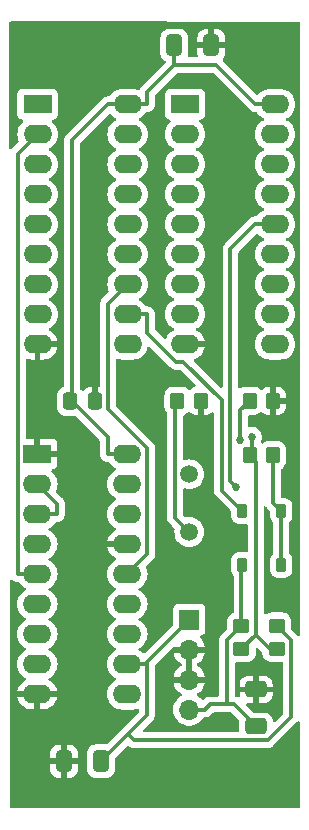
<source format=gbr>
%TF.GenerationSoftware,KiCad,Pcbnew,7.0.6-0*%
%TF.CreationDate,2023-08-27T17:26:56+10:00*%
%TF.ProjectId,PC-SPRINT_SMD,50432d53-5052-4494-9e54-5f534d442e6b,rev?*%
%TF.SameCoordinates,Original*%
%TF.FileFunction,Copper,L1,Top*%
%TF.FilePolarity,Positive*%
%FSLAX46Y46*%
G04 Gerber Fmt 4.6, Leading zero omitted, Abs format (unit mm)*
G04 Created by KiCad (PCBNEW 7.0.6-0) date 2023-08-27 17:26:56*
%MOMM*%
%LPD*%
G01*
G04 APERTURE LIST*
G04 Aperture macros list*
%AMRoundRect*
0 Rectangle with rounded corners*
0 $1 Rounding radius*
0 $2 $3 $4 $5 $6 $7 $8 $9 X,Y pos of 4 corners*
0 Add a 4 corners polygon primitive as box body*
4,1,4,$2,$3,$4,$5,$6,$7,$8,$9,$2,$3,0*
0 Add four circle primitives for the rounded corners*
1,1,$1+$1,$2,$3*
1,1,$1+$1,$4,$5*
1,1,$1+$1,$6,$7*
1,1,$1+$1,$8,$9*
0 Add four rect primitives between the rounded corners*
20,1,$1+$1,$2,$3,$4,$5,0*
20,1,$1+$1,$4,$5,$6,$7,0*
20,1,$1+$1,$6,$7,$8,$9,0*
20,1,$1+$1,$8,$9,$2,$3,0*%
G04 Aperture macros list end*
%TA.AperFunction,SMDPad,CuDef*%
%ADD10RoundRect,0.250000X0.450000X-0.350000X0.450000X0.350000X-0.450000X0.350000X-0.450000X-0.350000X0*%
%TD*%
%TA.AperFunction,ComponentPad*%
%ADD11R,2.400000X1.600000*%
%TD*%
%TA.AperFunction,ComponentPad*%
%ADD12O,2.400000X1.600000*%
%TD*%
%TA.AperFunction,SMDPad,CuDef*%
%ADD13RoundRect,0.250000X0.412500X0.650000X-0.412500X0.650000X-0.412500X-0.650000X0.412500X-0.650000X0*%
%TD*%
%TA.AperFunction,SMDPad,CuDef*%
%ADD14RoundRect,0.250000X-0.350000X-0.450000X0.350000X-0.450000X0.350000X0.450000X-0.350000X0.450000X0*%
%TD*%
%TA.AperFunction,SMDPad,CuDef*%
%ADD15RoundRect,0.225000X-0.225000X-0.375000X0.225000X-0.375000X0.225000X0.375000X-0.225000X0.375000X0*%
%TD*%
%TA.AperFunction,ComponentPad*%
%ADD16C,1.500000*%
%TD*%
%TA.AperFunction,SMDPad,CuDef*%
%ADD17RoundRect,0.250000X0.650000X-0.412500X0.650000X0.412500X-0.650000X0.412500X-0.650000X-0.412500X0*%
%TD*%
%TA.AperFunction,ComponentPad*%
%ADD18R,1.700000X1.700000*%
%TD*%
%TA.AperFunction,ComponentPad*%
%ADD19O,1.700000X1.700000*%
%TD*%
%TA.AperFunction,SMDPad,CuDef*%
%ADD20RoundRect,0.250000X-0.412500X-0.650000X0.412500X-0.650000X0.412500X0.650000X-0.412500X0.650000X0*%
%TD*%
%TA.AperFunction,SMDPad,CuDef*%
%ADD21RoundRect,0.250000X-0.337500X-0.475000X0.337500X-0.475000X0.337500X0.475000X-0.337500X0.475000X0*%
%TD*%
%TA.AperFunction,ViaPad*%
%ADD22C,0.685800*%
%TD*%
%TA.AperFunction,Conductor*%
%ADD23C,0.304800*%
%TD*%
G04 APERTURE END LIST*
D10*
%TO.P,R4,1*%
%TO.N,Net-(U1-VCC)*%
X94837300Y-103282500D03*
%TO.P,R4,2*%
%TO.N,Net-(D2-K)*%
X94837300Y-101282500D03*
%TD*%
D11*
%TO.P,U3,1,CSYNC*%
%TO.N,/GND*%
X77554300Y-86767900D03*
D12*
%TO.P,U3,2,PCLCK*%
%TO.N,Net-(U3-PCLCK)*%
X77554300Y-89307900D03*
%TO.P,U3,3,~{AEN1}*%
X77554300Y-91847900D03*
%TO.P,U3,4,RDY1*%
%TO.N,Net-(U2-F{slash}C)*%
X77554300Y-94387900D03*
%TO.P,U3,5,READY*%
%TO.N,Net-(U1-PCLCK)*%
X77554300Y-96927900D03*
%TO.P,U3,6,RDY2*%
%TO.N,Net-(U2-PCLCK)*%
X77554300Y-99467900D03*
%TO.P,U3,7,~{AEN2}*%
%TO.N,Net-(U2-F{slash}C)*%
X77554300Y-102007900D03*
%TO.P,U3,8,CLK*%
%TO.N,unconnected-(U3-CLK-Pad8)*%
X77554300Y-104547900D03*
%TO.P,U3,9,GND*%
%TO.N,/GND*%
X77554300Y-107087900D03*
%TO.P,U3,10,RESET*%
%TO.N,Net-(U2-F{slash}C)*%
X85174300Y-107087900D03*
%TO.P,U3,11,~{RES}*%
%TO.N,Net-(J1-Pin_1)*%
X85174300Y-104547900D03*
%TO.P,U3,12,OSC*%
%TO.N,Net-(U2-EFI)*%
X85174300Y-102007900D03*
%TO.P,U3,13,F/C*%
%TO.N,Net-(U2-F{slash}C)*%
X85174300Y-99467900D03*
%TO.P,U3,14,EFI*%
%TO.N,Net-(U1-OSC)*%
X85174300Y-96927900D03*
%TO.P,U3,15,~{ASYNC}*%
%TO.N,/GND*%
X85174300Y-94387900D03*
%TO.P,U3,16,X2*%
%TO.N,Net-(U3-X2)*%
X85174300Y-91847900D03*
%TO.P,U3,17,X1*%
%TO.N,Net-(U3-X1)*%
X85174300Y-89307900D03*
%TO.P,U3,18,VCC*%
%TO.N,Net-(U1-VCC)*%
X85174300Y-86767900D03*
%TD*%
D13*
%TO.P,C3,1*%
%TO.N,Net-(J1-Pin_1)*%
X82941800Y-112760800D03*
%TO.P,C3,2*%
%TO.N,/GND*%
X79816800Y-112760800D03*
%TD*%
D14*
%TO.P,R1,1*%
%TO.N,Net-(U3-X2)*%
X89422900Y-82263800D03*
%TO.P,R1,2*%
%TO.N,/GND*%
X91422900Y-82263800D03*
%TD*%
%TO.P,R2,1*%
%TO.N,Net-(U3-X1)*%
X95520000Y-82263800D03*
%TO.P,R2,2*%
%TO.N,/GND*%
X97520000Y-82263800D03*
%TD*%
D15*
%TO.P,D2,1,K*%
%TO.N,Net-(D2-K)*%
X94892500Y-96152100D03*
%TO.P,D2,2,A*%
%TO.N,Net-(D1-A)*%
X98192500Y-96152100D03*
%TD*%
%TO.P,D1,1,K*%
%TO.N,Net-(D1-K)*%
X94892500Y-91583100D03*
%TO.P,D1,2,A*%
%TO.N,Net-(D1-A)*%
X98192500Y-91583100D03*
%TD*%
D11*
%TO.P,U1,1,CSYNC*%
%TO.N,Net-(U1-CSYNC)*%
X77571900Y-57145600D03*
D12*
%TO.P,U1,2,PCLCK*%
%TO.N,Net-(U1-PCLCK)*%
X77571900Y-59685600D03*
%TO.P,U1,3,~{AEN1}*%
%TO.N,Net-(U1-~{AEN1})*%
X77571900Y-62225600D03*
%TO.P,U1,4,RDY1*%
%TO.N,Net-(U1-RDY1)*%
X77571900Y-64765600D03*
%TO.P,U1,5,READY*%
%TO.N,Net-(U1-READY)*%
X77571900Y-67305600D03*
%TO.P,U1,6,RDY2*%
%TO.N,Net-(U1-RDY2)*%
X77571900Y-69845600D03*
%TO.P,U1,7,~{AEN2}*%
%TO.N,Net-(U1-~{AEN2})*%
X77571900Y-72385600D03*
%TO.P,U1,8,CLK*%
%TO.N,Net-(U1-CLK)*%
X77571900Y-74925600D03*
%TO.P,U1,9,GND*%
%TO.N,/GND*%
X77571900Y-77465600D03*
%TO.P,U1,10,RESET*%
%TO.N,Net-(U1-RESET)*%
X85191900Y-77465600D03*
%TO.P,U1,11,~{RES}*%
%TO.N,Net-(D1-K)*%
X85191900Y-74925600D03*
%TO.P,U1,12,OSC*%
%TO.N,Net-(U1-OSC)*%
X85191900Y-72385600D03*
%TO.P,U1,13,F/C*%
%TO.N,unconnected-(U1-F{slash}C-Pad13)*%
X85191900Y-69845600D03*
%TO.P,U1,14,EFI*%
%TO.N,unconnected-(U1-EFI-Pad14)*%
X85191900Y-67305600D03*
%TO.P,U1,15,~{ASYNC}*%
%TO.N,Net-(U1-~{ASYNC})*%
X85191900Y-64765600D03*
%TO.P,U1,16,X2*%
%TO.N,Net-(U1-X2)*%
X85191900Y-62225600D03*
%TO.P,U1,17,X1*%
%TO.N,Net-(U1-X1)*%
X85191900Y-59685600D03*
%TO.P,U1,18,VCC*%
%TO.N,Net-(U1-VCC)*%
X85191900Y-57145600D03*
%TD*%
D16*
%TO.P,X1,1,1*%
%TO.N,Net-(U3-X2)*%
X90422900Y-93370300D03*
%TO.P,X1,2,2*%
%TO.N,Net-(U3-X1)*%
X90422900Y-88470300D03*
%TD*%
D11*
%TO.P,U2,1,CSYNC*%
%TO.N,Net-(U1-CSYNC)*%
X90060400Y-57145600D03*
D12*
%TO.P,U2,2,PCLCK*%
%TO.N,Net-(U2-PCLCK)*%
X90060400Y-59685600D03*
%TO.P,U2,3,~{AEN1}*%
%TO.N,Net-(U1-~{AEN1})*%
X90060400Y-62225600D03*
%TO.P,U2,4,RDY1*%
%TO.N,Net-(U1-RDY1)*%
X90060400Y-64765600D03*
%TO.P,U2,5,READY*%
%TO.N,Net-(U1-READY)*%
X90060400Y-67305600D03*
%TO.P,U2,6,RDY2*%
%TO.N,Net-(U1-RDY2)*%
X90060400Y-69845600D03*
%TO.P,U2,7,~{AEN2}*%
%TO.N,Net-(U1-~{AEN2})*%
X90060400Y-72385600D03*
%TO.P,U2,8,CLK*%
%TO.N,Net-(U1-CLK)*%
X90060400Y-74925600D03*
%TO.P,U2,9,GND*%
%TO.N,/GND*%
X90060400Y-77465600D03*
%TO.P,U2,10,RESET*%
%TO.N,Net-(U1-RESET)*%
X97680400Y-77465600D03*
%TO.P,U2,11,~{RES}*%
%TO.N,Net-(D1-A)*%
X97680400Y-74925600D03*
%TO.P,U2,12,OSC*%
%TO.N,Net-(U1-OSC)*%
X97680400Y-72385600D03*
%TO.P,U2,13,F/C*%
%TO.N,Net-(U2-F{slash}C)*%
X97680400Y-69845600D03*
%TO.P,U2,14,EFI*%
%TO.N,Net-(U2-EFI)*%
X97680400Y-67305600D03*
%TO.P,U2,15,~{ASYNC}*%
%TO.N,Net-(U1-~{ASYNC})*%
X97680400Y-64765600D03*
%TO.P,U2,16,X2*%
%TO.N,Net-(U1-X2)*%
X97680400Y-62225600D03*
%TO.P,U2,17,X1*%
%TO.N,Net-(U1-X1)*%
X97680400Y-59685600D03*
%TO.P,U2,18,VCC*%
%TO.N,Net-(U1-VCC)*%
X97680400Y-57145600D03*
%TD*%
D10*
%TO.P,R5,1*%
%TO.N,Net-(U1-VCC)*%
X97821800Y-103282500D03*
%TO.P,R5,2*%
%TO.N,Net-(J1-Pin_1)*%
X97821800Y-101282500D03*
%TD*%
D17*
%TO.P,C4,1*%
%TO.N,Net-(D2-K)*%
X96075500Y-109823200D03*
%TO.P,C4,2*%
%TO.N,/GND*%
X96075500Y-106698200D03*
%TD*%
D18*
%TO.P,J1,1,Pin_1*%
%TO.N,Net-(J1-Pin_1)*%
X90422900Y-100778100D03*
D19*
%TO.P,J1,2,Pin_2*%
%TO.N,/GND*%
X90422900Y-103318100D03*
%TO.P,J1,3,Pin_3*%
X90422900Y-105858100D03*
%TO.P,J1,4,Pin_4*%
%TO.N,Net-(D2-K)*%
X90422900Y-108398100D03*
%TD*%
D14*
%TO.P,R3,1*%
%TO.N,Net-(U1-VCC)*%
X95520000Y-86876700D03*
%TO.P,R3,2*%
%TO.N,Net-(D1-A)*%
X97520000Y-86876700D03*
%TD*%
D20*
%TO.P,C1,1*%
%TO.N,Net-(U1-VCC)*%
X89149600Y-52160800D03*
%TO.P,C1,2*%
%TO.N,/GND*%
X92274600Y-52160800D03*
%TD*%
D21*
%TO.P,C2,1*%
%TO.N,Net-(U1-VCC)*%
X80341800Y-82293800D03*
%TO.P,C2,2*%
%TO.N,/GND*%
X82416800Y-82293800D03*
%TD*%
D22*
%TO.N,Net-(U1-VCC)*%
X95715600Y-85327600D03*
%TO.N,Net-(U3-X1)*%
X94711300Y-85537600D03*
%TO.N,Net-(U2-EFI)*%
X94360300Y-89527800D03*
%TD*%
D23*
%TO.N,Net-(U1-VCC)*%
X80472100Y-82293800D02*
X80341800Y-82293800D01*
X89149600Y-53836800D02*
X92712500Y-53836800D01*
X85191900Y-57145600D02*
X83532800Y-57145600D01*
X97821800Y-103282500D02*
X97270900Y-103282500D01*
X80472100Y-82293800D02*
X80472100Y-60206300D01*
X83515200Y-86767900D02*
X83515200Y-85336900D01*
X83515200Y-85336900D02*
X80472100Y-82293800D01*
X95520000Y-86876700D02*
X95715600Y-86681100D01*
X97680400Y-57145600D02*
X96021300Y-57145600D01*
X86851000Y-57145600D02*
X86851000Y-56135400D01*
X85174300Y-86767900D02*
X83515200Y-86767900D01*
X96054100Y-102065700D02*
X94837300Y-103282500D01*
X92712500Y-53836800D02*
X96021300Y-57145600D01*
X89149600Y-52160800D02*
X89149600Y-53836800D01*
X86851000Y-56135400D02*
X89149600Y-53836800D01*
X95715600Y-86681100D02*
X95715600Y-85327600D01*
X80472100Y-60206300D02*
X83532800Y-57145600D01*
X85191900Y-57145600D02*
X86851000Y-57145600D01*
X96054100Y-87410800D02*
X96054100Y-102065700D01*
X95520000Y-86876700D02*
X96054100Y-87410800D01*
X97270900Y-103282500D02*
X96054100Y-102065700D01*
%TO.N,Net-(J1-Pin_1)*%
X85715700Y-110997100D02*
X97050400Y-110997100D01*
X82941800Y-112760800D02*
X85210600Y-110492000D01*
X86833400Y-104367600D02*
X86833400Y-104547900D01*
X90422900Y-100778100D02*
X86833400Y-104367600D01*
X85210600Y-110492000D02*
X85715700Y-110997100D01*
X99041900Y-109005600D02*
X99041900Y-102502600D01*
X99041900Y-102502600D02*
X97821800Y-101282500D01*
X86833400Y-108869200D02*
X86833400Y-104547900D01*
X85210600Y-110492000D02*
X86833400Y-108869200D01*
X85174300Y-104547900D02*
X86833400Y-104547900D01*
X97050400Y-110997100D02*
X99041900Y-109005600D01*
%TO.N,Net-(D2-K)*%
X94208400Y-107956100D02*
X96075500Y-109823200D01*
X94837300Y-96207300D02*
X94892500Y-96152100D01*
X92174000Y-107956100D02*
X93618700Y-107956100D01*
X93618700Y-107956100D02*
X93618700Y-102501100D01*
X94837300Y-101282500D02*
X94837300Y-96207300D01*
X90422900Y-108398100D02*
X91732000Y-108398100D01*
X93618700Y-107956100D02*
X94208400Y-107956100D01*
X91732000Y-108398100D02*
X92174000Y-107956100D01*
X93618700Y-102501100D02*
X94837300Y-101282500D01*
%TO.N,Net-(D1-K)*%
X86851000Y-76497300D02*
X86851000Y-74925600D01*
X89922800Y-78957600D02*
X89311300Y-78957600D01*
X93182900Y-89873500D02*
X93182900Y-82217700D01*
X85191900Y-74925600D02*
X86851000Y-74925600D01*
X89311300Y-78957600D02*
X86851000Y-76497300D01*
X93182900Y-82217700D02*
X89922800Y-78957600D01*
X94892500Y-91583100D02*
X93182900Y-89873500D01*
%TO.N,Net-(D1-A)*%
X97520000Y-90910600D02*
X98192500Y-91583100D01*
X98192500Y-91583100D02*
X98192500Y-96152100D01*
X97520000Y-86876700D02*
X97520000Y-90910600D01*
%TO.N,Net-(U3-X2)*%
X89201300Y-82485400D02*
X89422900Y-82263800D01*
X89201300Y-92148700D02*
X89201300Y-82485400D01*
X90422900Y-93370300D02*
X89201300Y-92148700D01*
%TO.N,Net-(U3-X1)*%
X94711300Y-83072500D02*
X95520000Y-82263800D01*
X94711300Y-85537600D02*
X94711300Y-83072500D01*
%TO.N,Net-(U1-PCLCK)*%
X77554300Y-96927900D02*
X75895200Y-96927900D01*
X75895200Y-61362300D02*
X77571900Y-59685600D01*
X75895200Y-96927900D02*
X75895200Y-61362300D01*
%TO.N,Net-(U1-OSC)*%
X83516900Y-74060600D02*
X83516900Y-82929800D01*
X86868300Y-95233900D02*
X85174300Y-96927900D01*
X85191900Y-72385600D02*
X83516900Y-74060600D01*
X83516900Y-82929800D02*
X86868300Y-86281200D01*
X86868300Y-86281200D02*
X86868300Y-95233900D01*
%TO.N,Net-(U2-EFI)*%
X96021300Y-67305600D02*
X93909300Y-69417600D01*
X93909300Y-89076800D02*
X94360300Y-89527800D01*
X97680400Y-67305600D02*
X96021300Y-67305600D01*
X93909300Y-69417600D02*
X93909300Y-89076800D01*
%TO.N,Net-(U3-PCLCK)*%
X79213400Y-91847900D02*
X79213400Y-90967000D01*
X79213400Y-90967000D02*
X77554300Y-89307900D01*
X77554300Y-91847900D02*
X79213400Y-91847900D01*
%TD*%
%TA.AperFunction,Conductor*%
%TO.N,/GND*%
G36*
X77605780Y-50132992D02*
G01*
X99693290Y-50142280D01*
X99760319Y-50161993D01*
X99806052Y-50214816D01*
X99817236Y-50266356D01*
X99785688Y-102018885D01*
X99765963Y-102085912D01*
X99713131Y-102131635D01*
X99643966Y-102141536D01*
X99580428Y-102112472D01*
X99559638Y-102089249D01*
X99552556Y-102078989D01*
X99540224Y-102061123D01*
X99496483Y-102022372D01*
X99493789Y-102019836D01*
X99066617Y-101592664D01*
X99033133Y-101531342D01*
X99030299Y-101504984D01*
X99030299Y-100881962D01*
X99030298Y-100881946D01*
X99027063Y-100850282D01*
X99019687Y-100778074D01*
X98963915Y-100609762D01*
X98870830Y-100458848D01*
X98745452Y-100333470D01*
X98594538Y-100240385D01*
X98567697Y-100231491D01*
X98426227Y-100184613D01*
X98322346Y-100174000D01*
X97321262Y-100174000D01*
X97321246Y-100174001D01*
X97217372Y-100184613D01*
X97049064Y-100240384D01*
X97049059Y-100240386D01*
X96995087Y-100273677D01*
X96904095Y-100329801D01*
X96836705Y-100348241D01*
X96770041Y-100327319D01*
X96725271Y-100273677D01*
X96715000Y-100224262D01*
X96715000Y-91309943D01*
X96734685Y-91242904D01*
X96787489Y-91197149D01*
X96856647Y-91187205D01*
X96920203Y-91216230D01*
X96944939Y-91249466D01*
X96946378Y-91248597D01*
X96950260Y-91255018D01*
X96950261Y-91255020D01*
X96963450Y-91271855D01*
X96986272Y-91300986D01*
X96988492Y-91304002D01*
X97021673Y-91352073D01*
X97021680Y-91352081D01*
X97065396Y-91390810D01*
X97068123Y-91393377D01*
X97197681Y-91522934D01*
X97231166Y-91584257D01*
X97234000Y-91610616D01*
X97234000Y-92006979D01*
X97244264Y-92107436D01*
X97298197Y-92270198D01*
X97298202Y-92270209D01*
X97388211Y-92416135D01*
X97388213Y-92416137D01*
X97388215Y-92416140D01*
X97495283Y-92523208D01*
X97528766Y-92584527D01*
X97531600Y-92610886D01*
X97531600Y-95124313D01*
X97511915Y-95191352D01*
X97495281Y-95211994D01*
X97388215Y-95319059D01*
X97388212Y-95319063D01*
X97298202Y-95464990D01*
X97298197Y-95465001D01*
X97244264Y-95627763D01*
X97234000Y-95728220D01*
X97234000Y-96575979D01*
X97244264Y-96676436D01*
X97298197Y-96839198D01*
X97298202Y-96839209D01*
X97388212Y-96985136D01*
X97388215Y-96985140D01*
X97509459Y-97106384D01*
X97509463Y-97106387D01*
X97655390Y-97196397D01*
X97655393Y-97196398D01*
X97655399Y-97196402D01*
X97818164Y-97250336D01*
X97918628Y-97260600D01*
X97918633Y-97260600D01*
X98466367Y-97260600D01*
X98466372Y-97260600D01*
X98566836Y-97250336D01*
X98729601Y-97196402D01*
X98875540Y-97106385D01*
X98996785Y-96985140D01*
X99086802Y-96839201D01*
X99140736Y-96676436D01*
X99151000Y-96575972D01*
X99151000Y-95728228D01*
X99140736Y-95627764D01*
X99086802Y-95464999D01*
X99086798Y-95464993D01*
X99086797Y-95464990D01*
X98996787Y-95319063D01*
X98996784Y-95319059D01*
X98889719Y-95211994D01*
X98856234Y-95150671D01*
X98853400Y-95124313D01*
X98853400Y-92610886D01*
X98873085Y-92543847D01*
X98889710Y-92523214D01*
X98996785Y-92416140D01*
X99086802Y-92270201D01*
X99140736Y-92107436D01*
X99151000Y-92006972D01*
X99151000Y-91159228D01*
X99140736Y-91058764D01*
X99086802Y-90895999D01*
X99086798Y-90895993D01*
X99086797Y-90895990D01*
X98996787Y-90750063D01*
X98996784Y-90750059D01*
X98875540Y-90628815D01*
X98875536Y-90628812D01*
X98729609Y-90538802D01*
X98729603Y-90538799D01*
X98729601Y-90538798D01*
X98566836Y-90484864D01*
X98560533Y-90484220D01*
X98466379Y-90474600D01*
X98466372Y-90474600D01*
X98304900Y-90474600D01*
X98237861Y-90454915D01*
X98192106Y-90402111D01*
X98180900Y-90350600D01*
X98180900Y-88095323D01*
X98200585Y-88028284D01*
X98239800Y-87989786D01*
X98343652Y-87925730D01*
X98469030Y-87800352D01*
X98562115Y-87649438D01*
X98617887Y-87481126D01*
X98628500Y-87377245D01*
X98628499Y-86376156D01*
X98617887Y-86272274D01*
X98562115Y-86103962D01*
X98469030Y-85953048D01*
X98343652Y-85827670D01*
X98192738Y-85734585D01*
X98192735Y-85734584D01*
X98024427Y-85678813D01*
X97920546Y-85668200D01*
X97119462Y-85668200D01*
X97119446Y-85668201D01*
X97015572Y-85678813D01*
X96847264Y-85734584D01*
X96847259Y-85734586D01*
X96696348Y-85827670D01*
X96684834Y-85839184D01*
X96623509Y-85872667D01*
X96553818Y-85867680D01*
X96497886Y-85825807D01*
X96473471Y-85760342D01*
X96488325Y-85692070D01*
X96489743Y-85689544D01*
X96497677Y-85675803D01*
X96552982Y-85505591D01*
X96571690Y-85327600D01*
X96552982Y-85149609D01*
X96525329Y-85064503D01*
X96497679Y-84979402D01*
X96497676Y-84979396D01*
X96478691Y-84946513D01*
X96408191Y-84824403D01*
X96288436Y-84691401D01*
X96240172Y-84656335D01*
X96143643Y-84586202D01*
X95980144Y-84513409D01*
X95852338Y-84486243D01*
X95805086Y-84476200D01*
X95626114Y-84476200D01*
X95521981Y-84498334D01*
X95452314Y-84493018D01*
X95396580Y-84450881D01*
X95372475Y-84385301D01*
X95372200Y-84377044D01*
X95372200Y-83596299D01*
X95391885Y-83529260D01*
X95444689Y-83483505D01*
X95496200Y-83472299D01*
X95920537Y-83472299D01*
X95920544Y-83472299D01*
X96024426Y-83461687D01*
X96192738Y-83405915D01*
X96343652Y-83312830D01*
X96438332Y-83218149D01*
X96499651Y-83184667D01*
X96569343Y-83189651D01*
X96613691Y-83218152D01*
X96701654Y-83306115D01*
X96850875Y-83398156D01*
X96850880Y-83398158D01*
X97017302Y-83453305D01*
X97017309Y-83453306D01*
X97120019Y-83463799D01*
X97269999Y-83463799D01*
X97270000Y-83463798D01*
X97270000Y-82513800D01*
X97770000Y-82513800D01*
X97770000Y-83463799D01*
X97919972Y-83463799D01*
X97919986Y-83463798D01*
X98022697Y-83453305D01*
X98189119Y-83398158D01*
X98189124Y-83398156D01*
X98338345Y-83306115D01*
X98462315Y-83182145D01*
X98554356Y-83032924D01*
X98554358Y-83032919D01*
X98609505Y-82866497D01*
X98609506Y-82866490D01*
X98619999Y-82763786D01*
X98620000Y-82763773D01*
X98620000Y-82513800D01*
X97770000Y-82513800D01*
X97270000Y-82513800D01*
X97270000Y-81063800D01*
X97770000Y-81063800D01*
X97770000Y-82013800D01*
X98619999Y-82013800D01*
X98619999Y-81763828D01*
X98619998Y-81763813D01*
X98609505Y-81661102D01*
X98554358Y-81494680D01*
X98554356Y-81494675D01*
X98462315Y-81345454D01*
X98338345Y-81221484D01*
X98189124Y-81129443D01*
X98189119Y-81129441D01*
X98022697Y-81074294D01*
X98022690Y-81074293D01*
X97919986Y-81063800D01*
X97770000Y-81063800D01*
X97270000Y-81063800D01*
X97120027Y-81063800D01*
X97120012Y-81063801D01*
X97017302Y-81074294D01*
X96850880Y-81129441D01*
X96850875Y-81129443D01*
X96701657Y-81221482D01*
X96613691Y-81309448D01*
X96552367Y-81342932D01*
X96482676Y-81337948D01*
X96438329Y-81309447D01*
X96343653Y-81214771D01*
X96343652Y-81214770D01*
X96205314Y-81129442D01*
X96192740Y-81121686D01*
X96192735Y-81121684D01*
X96024427Y-81065913D01*
X95920546Y-81055300D01*
X95119462Y-81055300D01*
X95119446Y-81055301D01*
X95015572Y-81065913D01*
X94847264Y-81121684D01*
X94847259Y-81121686D01*
X94822651Y-81136865D01*
X94759295Y-81175943D01*
X94691905Y-81194383D01*
X94625241Y-81173461D01*
X94580471Y-81119819D01*
X94570200Y-81070404D01*
X94570200Y-69742714D01*
X94589885Y-69675675D01*
X94606514Y-69655038D01*
X96105246Y-68156305D01*
X96166569Y-68122821D01*
X96236261Y-68127805D01*
X96280608Y-68156306D01*
X96436100Y-68311798D01*
X96623651Y-68443122D01*
X96623651Y-68443123D01*
X96666745Y-68463218D01*
X96719184Y-68509391D01*
X96738336Y-68576584D01*
X96718120Y-68643465D01*
X96666745Y-68687982D01*
X96623651Y-68708076D01*
X96498526Y-68795690D01*
X96436100Y-68839402D01*
X96436098Y-68839403D01*
X96436095Y-68839406D01*
X96274206Y-69001295D01*
X96274203Y-69001298D01*
X96274202Y-69001300D01*
X96223871Y-69073180D01*
X96142876Y-69188852D01*
X96142875Y-69188854D01*
X96046118Y-69396350D01*
X96046114Y-69396361D01*
X95986857Y-69617510D01*
X95986856Y-69617518D01*
X95966902Y-69845598D01*
X95966902Y-69845601D01*
X95986856Y-70073681D01*
X95986857Y-70073689D01*
X96046114Y-70294838D01*
X96046118Y-70294849D01*
X96142875Y-70502345D01*
X96142877Y-70502349D01*
X96274202Y-70689900D01*
X96436100Y-70851798D01*
X96623650Y-70983122D01*
X96623651Y-70983123D01*
X96666745Y-71003218D01*
X96719184Y-71049391D01*
X96738336Y-71116584D01*
X96718120Y-71183465D01*
X96666745Y-71227982D01*
X96623651Y-71248076D01*
X96498526Y-71335690D01*
X96436100Y-71379402D01*
X96436098Y-71379403D01*
X96436095Y-71379406D01*
X96274206Y-71541295D01*
X96142876Y-71728852D01*
X96142875Y-71728854D01*
X96046118Y-71936350D01*
X96046114Y-71936361D01*
X95986857Y-72157510D01*
X95986856Y-72157518D01*
X95966902Y-72385598D01*
X95966902Y-72385601D01*
X95986856Y-72613681D01*
X95986857Y-72613689D01*
X96046114Y-72834838D01*
X96046118Y-72834849D01*
X96142875Y-73042345D01*
X96142877Y-73042349D01*
X96274202Y-73229900D01*
X96436100Y-73391798D01*
X96623650Y-73523122D01*
X96623651Y-73523123D01*
X96666745Y-73543218D01*
X96719184Y-73589391D01*
X96738336Y-73656584D01*
X96718120Y-73723465D01*
X96666745Y-73767982D01*
X96623651Y-73788076D01*
X96517313Y-73862536D01*
X96436100Y-73919402D01*
X96436098Y-73919403D01*
X96436095Y-73919406D01*
X96274206Y-74081295D01*
X96274203Y-74081298D01*
X96274202Y-74081300D01*
X96273394Y-74082454D01*
X96142876Y-74268852D01*
X96142875Y-74268854D01*
X96046118Y-74476350D01*
X96046114Y-74476361D01*
X95986857Y-74697510D01*
X95986856Y-74697518D01*
X95966902Y-74925598D01*
X95966902Y-74925601D01*
X95986856Y-75153681D01*
X95986857Y-75153689D01*
X96046114Y-75374838D01*
X96046118Y-75374849D01*
X96142875Y-75582345D01*
X96142877Y-75582349D01*
X96274202Y-75769900D01*
X96436100Y-75931798D01*
X96623651Y-76063123D01*
X96666745Y-76083218D01*
X96719184Y-76129391D01*
X96738336Y-76196584D01*
X96718120Y-76263465D01*
X96666745Y-76307982D01*
X96623651Y-76328076D01*
X96498526Y-76415690D01*
X96436100Y-76459402D01*
X96436098Y-76459403D01*
X96436095Y-76459406D01*
X96274206Y-76621295D01*
X96142876Y-76808852D01*
X96142875Y-76808854D01*
X96046118Y-77016350D01*
X96046114Y-77016361D01*
X95986857Y-77237510D01*
X95986856Y-77237518D01*
X95966902Y-77465598D01*
X95966902Y-77465601D01*
X95986856Y-77693681D01*
X95986857Y-77693689D01*
X96046114Y-77914838D01*
X96046118Y-77914849D01*
X96140887Y-78118082D01*
X96142877Y-78122349D01*
X96274202Y-78309900D01*
X96436100Y-78471798D01*
X96623651Y-78603123D01*
X96748491Y-78661336D01*
X96831150Y-78699881D01*
X96831152Y-78699881D01*
X96831157Y-78699884D01*
X97052313Y-78759143D01*
X97223273Y-78774100D01*
X98137527Y-78774100D01*
X98308487Y-78759143D01*
X98529643Y-78699884D01*
X98737149Y-78603123D01*
X98924700Y-78471798D01*
X99086598Y-78309900D01*
X99217923Y-78122349D01*
X99314684Y-77914843D01*
X99373943Y-77693687D01*
X99393898Y-77465600D01*
X99373943Y-77237513D01*
X99314684Y-77016357D01*
X99217923Y-76808851D01*
X99086598Y-76621300D01*
X98924700Y-76459402D01*
X98737149Y-76328077D01*
X98694055Y-76307982D01*
X98641615Y-76261810D01*
X98622463Y-76194617D01*
X98642678Y-76127736D01*
X98694055Y-76083218D01*
X98697282Y-76081712D01*
X98737149Y-76063123D01*
X98924700Y-75931798D01*
X99086598Y-75769900D01*
X99217923Y-75582349D01*
X99314684Y-75374843D01*
X99373943Y-75153687D01*
X99393898Y-74925600D01*
X99373943Y-74697513D01*
X99314684Y-74476357D01*
X99291795Y-74427272D01*
X99260763Y-74360723D01*
X99217923Y-74268851D01*
X99086598Y-74081300D01*
X98924700Y-73919402D01*
X98737149Y-73788077D01*
X98696199Y-73768982D01*
X98694055Y-73767982D01*
X98641615Y-73721810D01*
X98622463Y-73654617D01*
X98642678Y-73587736D01*
X98694055Y-73543218D01*
X98697282Y-73541712D01*
X98737149Y-73523123D01*
X98924700Y-73391798D01*
X99086598Y-73229900D01*
X99217923Y-73042349D01*
X99314684Y-72834843D01*
X99373943Y-72613687D01*
X99393898Y-72385600D01*
X99373943Y-72157513D01*
X99314684Y-71936357D01*
X99217923Y-71728851D01*
X99086598Y-71541300D01*
X98924700Y-71379402D01*
X98737149Y-71248077D01*
X98696199Y-71228982D01*
X98694055Y-71227982D01*
X98641615Y-71181810D01*
X98622463Y-71114617D01*
X98642678Y-71047736D01*
X98694055Y-71003218D01*
X98697282Y-71001712D01*
X98737149Y-70983123D01*
X98924700Y-70851798D01*
X99086598Y-70689900D01*
X99217923Y-70502349D01*
X99314684Y-70294843D01*
X99373943Y-70073687D01*
X99393898Y-69845600D01*
X99373943Y-69617513D01*
X99314684Y-69396357D01*
X99217923Y-69188851D01*
X99086598Y-69001300D01*
X98924700Y-68839402D01*
X98737149Y-68708077D01*
X98696199Y-68688982D01*
X98694055Y-68687982D01*
X98641615Y-68641810D01*
X98622463Y-68574617D01*
X98642678Y-68507736D01*
X98694055Y-68463218D01*
X98697282Y-68461712D01*
X98737149Y-68443123D01*
X98924700Y-68311798D01*
X99086598Y-68149900D01*
X99217923Y-67962349D01*
X99314684Y-67754843D01*
X99373943Y-67533687D01*
X99393898Y-67305600D01*
X99373943Y-67077513D01*
X99314684Y-66856357D01*
X99313460Y-66853733D01*
X99239624Y-66695389D01*
X99217923Y-66648851D01*
X99086598Y-66461300D01*
X98924700Y-66299402D01*
X98737149Y-66168077D01*
X98737143Y-66168074D01*
X98694053Y-66147980D01*
X98641614Y-66101807D01*
X98622463Y-66034614D01*
X98642680Y-65967733D01*
X98694054Y-65923218D01*
X98737149Y-65903123D01*
X98924700Y-65771798D01*
X99086598Y-65609900D01*
X99217923Y-65422349D01*
X99314684Y-65214843D01*
X99373943Y-64993687D01*
X99393898Y-64765600D01*
X99373943Y-64537513D01*
X99314684Y-64316357D01*
X99217923Y-64108851D01*
X99086598Y-63921300D01*
X98924700Y-63759402D01*
X98737149Y-63628077D01*
X98696199Y-63608982D01*
X98694055Y-63607982D01*
X98641615Y-63561810D01*
X98622463Y-63494617D01*
X98642678Y-63427736D01*
X98694055Y-63383218D01*
X98697282Y-63381712D01*
X98737149Y-63363123D01*
X98924700Y-63231798D01*
X99086598Y-63069900D01*
X99217923Y-62882349D01*
X99314684Y-62674843D01*
X99373943Y-62453687D01*
X99393898Y-62225600D01*
X99373943Y-61997513D01*
X99314684Y-61776357D01*
X99217923Y-61568851D01*
X99086598Y-61381300D01*
X98924700Y-61219402D01*
X98737149Y-61088077D01*
X98694055Y-61067982D01*
X98641615Y-61021810D01*
X98622463Y-60954617D01*
X98642678Y-60887736D01*
X98694055Y-60843218D01*
X98706718Y-60837313D01*
X98737149Y-60823123D01*
X98924700Y-60691798D01*
X99086598Y-60529900D01*
X99217923Y-60342349D01*
X99314684Y-60134843D01*
X99373943Y-59913687D01*
X99393898Y-59685600D01*
X99373943Y-59457513D01*
X99314684Y-59236357D01*
X99217923Y-59028851D01*
X99086598Y-58841300D01*
X98924700Y-58679402D01*
X98737149Y-58548077D01*
X98694055Y-58527982D01*
X98641615Y-58481810D01*
X98622463Y-58414617D01*
X98642678Y-58347736D01*
X98694055Y-58303218D01*
X98697282Y-58301712D01*
X98737149Y-58283123D01*
X98924700Y-58151798D01*
X99086598Y-57989900D01*
X99217923Y-57802349D01*
X99314684Y-57594843D01*
X99373943Y-57373687D01*
X99393898Y-57145600D01*
X99373943Y-56917513D01*
X99314684Y-56696357D01*
X99217923Y-56488851D01*
X99086598Y-56301300D01*
X98924700Y-56139402D01*
X98737149Y-56008077D01*
X98737145Y-56008075D01*
X98529649Y-55911318D01*
X98529638Y-55911314D01*
X98308489Y-55852057D01*
X98308481Y-55852056D01*
X98137527Y-55837100D01*
X97223273Y-55837100D01*
X97052318Y-55852056D01*
X97052310Y-55852057D01*
X96831161Y-55911314D01*
X96831150Y-55911318D01*
X96623654Y-56008075D01*
X96623652Y-56008076D01*
X96436099Y-56139403D01*
X96280608Y-56294894D01*
X96219285Y-56328378D01*
X96149593Y-56323394D01*
X96105248Y-56294894D01*
X93272137Y-53461784D01*
X93238653Y-53400462D01*
X93243637Y-53330770D01*
X93272141Y-53286419D01*
X93279416Y-53279144D01*
X93371456Y-53129924D01*
X93371458Y-53129919D01*
X93426605Y-52963497D01*
X93426606Y-52963490D01*
X93437099Y-52860786D01*
X93437100Y-52860773D01*
X93437100Y-52410800D01*
X91112101Y-52410800D01*
X91112101Y-52860786D01*
X91122594Y-52963498D01*
X91138963Y-53012897D01*
X91141365Y-53082725D01*
X91105633Y-53142767D01*
X91043112Y-53173959D01*
X91021257Y-53175900D01*
X90411897Y-53175900D01*
X90344858Y-53156215D01*
X90299103Y-53103411D01*
X90289159Y-53034253D01*
X90294191Y-53012896D01*
X90309987Y-52965226D01*
X90320600Y-52861345D01*
X90320599Y-51910800D01*
X91112100Y-51910800D01*
X92024600Y-51910800D01*
X92024600Y-50760800D01*
X92524600Y-50760800D01*
X92524600Y-51910800D01*
X93437099Y-51910800D01*
X93437099Y-51460828D01*
X93437098Y-51460813D01*
X93426605Y-51358102D01*
X93371458Y-51191680D01*
X93371456Y-51191675D01*
X93279415Y-51042454D01*
X93155445Y-50918484D01*
X93006224Y-50826443D01*
X93006219Y-50826441D01*
X92839797Y-50771294D01*
X92839790Y-50771293D01*
X92737086Y-50760800D01*
X92524600Y-50760800D01*
X92024600Y-50760800D01*
X91812129Y-50760800D01*
X91812112Y-50760801D01*
X91709402Y-50771294D01*
X91542980Y-50826441D01*
X91542975Y-50826443D01*
X91393754Y-50918484D01*
X91269784Y-51042454D01*
X91177743Y-51191675D01*
X91177741Y-51191680D01*
X91122594Y-51358102D01*
X91122593Y-51358109D01*
X91112100Y-51460813D01*
X91112100Y-51910800D01*
X90320599Y-51910800D01*
X90320599Y-51460256D01*
X90309987Y-51356374D01*
X90254215Y-51188062D01*
X90161130Y-51037148D01*
X90035752Y-50911770D01*
X89897416Y-50826443D01*
X89884840Y-50818686D01*
X89884835Y-50818684D01*
X89716527Y-50762913D01*
X89612646Y-50752300D01*
X88686562Y-50752300D01*
X88686546Y-50752301D01*
X88582672Y-50762913D01*
X88414364Y-50818684D01*
X88414359Y-50818686D01*
X88263446Y-50911771D01*
X88138071Y-51037146D01*
X88044986Y-51188059D01*
X88044984Y-51188064D01*
X87989213Y-51356372D01*
X87978600Y-51460247D01*
X87978600Y-52861337D01*
X87978601Y-52861353D01*
X87989213Y-52965227D01*
X88044984Y-53133535D01*
X88044986Y-53133540D01*
X88058972Y-53156215D01*
X88138070Y-53284452D01*
X88263448Y-53409830D01*
X88364057Y-53471886D01*
X88410780Y-53523833D01*
X88422003Y-53592796D01*
X88394159Y-53656878D01*
X88386640Y-53665105D01*
X86399133Y-55652612D01*
X86396407Y-55655179D01*
X86352677Y-55693920D01*
X86352673Y-55693925D01*
X86319496Y-55741991D01*
X86317277Y-55745006D01*
X86281260Y-55790980D01*
X86281259Y-55790981D01*
X86277596Y-55799121D01*
X86266580Y-55818654D01*
X86261505Y-55826007D01*
X86248241Y-55860979D01*
X86206061Y-55916680D01*
X86140463Y-55940735D01*
X86079896Y-55929387D01*
X86041143Y-55911316D01*
X86041140Y-55911315D01*
X86041138Y-55911314D01*
X85819989Y-55852057D01*
X85819981Y-55852056D01*
X85649027Y-55837100D01*
X84734773Y-55837100D01*
X84563818Y-55852056D01*
X84563810Y-55852057D01*
X84342661Y-55911314D01*
X84342650Y-55911318D01*
X84135154Y-56008075D01*
X84135152Y-56008076D01*
X84135149Y-56008077D01*
X84135151Y-56008077D01*
X83947600Y-56139402D01*
X83947598Y-56139403D01*
X83947595Y-56139406D01*
X83785703Y-56301298D01*
X83785698Y-56301304D01*
X83694309Y-56431823D01*
X83639732Y-56475448D01*
X83592734Y-56484700D01*
X83554638Y-56484700D01*
X83550893Y-56484587D01*
X83492605Y-56481061D01*
X83492600Y-56481061D01*
X83443968Y-56489973D01*
X83435154Y-56491588D01*
X83431456Y-56492151D01*
X83373477Y-56499191D01*
X83370792Y-56500209D01*
X83365127Y-56502357D01*
X83343520Y-56508380D01*
X83334744Y-56509988D01*
X83334732Y-56509992D01*
X83298804Y-56526161D01*
X83281474Y-56533961D01*
X83278026Y-56535389D01*
X83223407Y-56556104D01*
X83216050Y-56561182D01*
X83196526Y-56572193D01*
X83188386Y-56575857D01*
X83188377Y-56575862D01*
X83142406Y-56611876D01*
X83139392Y-56614094D01*
X83091321Y-56647276D01*
X83091320Y-56647277D01*
X83052587Y-56690998D01*
X83050020Y-56693724D01*
X80020233Y-59723512D01*
X80017507Y-59726079D01*
X79973777Y-59764820D01*
X79973773Y-59764825D01*
X79940596Y-59812891D01*
X79938377Y-59815906D01*
X79902360Y-59861880D01*
X79902359Y-59861881D01*
X79898696Y-59870021D01*
X79887680Y-59889554D01*
X79882604Y-59896908D01*
X79861889Y-59951526D01*
X79860457Y-59954985D01*
X79836492Y-60008232D01*
X79836488Y-60008244D01*
X79834880Y-60017020D01*
X79828857Y-60038627D01*
X79826709Y-60044292D01*
X79825691Y-60046977D01*
X79818652Y-60104947D01*
X79818088Y-60108649D01*
X79807560Y-60166100D01*
X79807560Y-60166103D01*
X79811086Y-60224411D01*
X79811199Y-60228154D01*
X79811199Y-80994186D01*
X79791514Y-81061225D01*
X79738710Y-81106980D01*
X79726205Y-81111891D01*
X79681568Y-81126683D01*
X79681559Y-81126686D01*
X79530646Y-81219771D01*
X79405271Y-81345146D01*
X79312186Y-81496059D01*
X79312184Y-81496064D01*
X79256413Y-81664372D01*
X79245800Y-81768247D01*
X79245800Y-82819337D01*
X79245801Y-82819353D01*
X79256413Y-82923227D01*
X79293959Y-83036535D01*
X79312185Y-83091538D01*
X79405270Y-83242452D01*
X79530648Y-83367830D01*
X79681562Y-83460915D01*
X79849874Y-83516687D01*
X79953755Y-83527300D01*
X80719584Y-83527299D01*
X80786623Y-83546983D01*
X80807265Y-83563618D01*
X82817981Y-85574334D01*
X82851466Y-85635657D01*
X82854300Y-85662015D01*
X82854300Y-86848150D01*
X82863039Y-86883606D01*
X82864389Y-86890974D01*
X82868791Y-86927224D01*
X82874501Y-86942281D01*
X82881740Y-86961368D01*
X82883966Y-86968511D01*
X82892707Y-87003976D01*
X82909679Y-87036313D01*
X82912755Y-87043147D01*
X82925704Y-87077291D01*
X82946446Y-87107340D01*
X82950323Y-87113753D01*
X82967296Y-87146092D01*
X82991508Y-87173423D01*
X82996129Y-87179321D01*
X83016872Y-87209372D01*
X83016877Y-87209378D01*
X83044213Y-87233596D01*
X83049503Y-87238886D01*
X83073723Y-87266224D01*
X83103781Y-87286972D01*
X83109673Y-87291588D01*
X83137007Y-87315804D01*
X83169343Y-87332775D01*
X83175757Y-87336652D01*
X83205809Y-87357396D01*
X83205813Y-87357397D01*
X83205814Y-87357398D01*
X83239947Y-87370342D01*
X83246781Y-87373418D01*
X83254087Y-87377252D01*
X83279120Y-87390391D01*
X83314576Y-87399130D01*
X83321731Y-87401359D01*
X83355874Y-87414308D01*
X83358797Y-87414662D01*
X83392141Y-87418711D01*
X83399476Y-87420055D01*
X83424603Y-87426249D01*
X83434950Y-87428800D01*
X83434952Y-87428800D01*
X83475225Y-87428800D01*
X83575134Y-87428800D01*
X83642173Y-87448485D01*
X83676708Y-87481676D01*
X83768102Y-87612200D01*
X83930000Y-87774098D01*
X84117550Y-87905422D01*
X84117551Y-87905423D01*
X84160645Y-87925518D01*
X84213084Y-87971691D01*
X84232236Y-88038884D01*
X84212020Y-88105765D01*
X84160645Y-88150282D01*
X84117551Y-88170376D01*
X84026245Y-88234310D01*
X83930000Y-88301702D01*
X83929998Y-88301703D01*
X83929995Y-88301706D01*
X83768106Y-88463595D01*
X83768103Y-88463598D01*
X83768102Y-88463600D01*
X83686067Y-88580756D01*
X83636776Y-88651152D01*
X83636775Y-88651154D01*
X83540018Y-88858650D01*
X83540014Y-88858661D01*
X83480757Y-89079810D01*
X83480756Y-89079818D01*
X83460802Y-89307898D01*
X83460802Y-89307901D01*
X83480756Y-89535981D01*
X83480757Y-89535989D01*
X83540014Y-89757138D01*
X83540018Y-89757149D01*
X83636775Y-89964645D01*
X83636777Y-89964649D01*
X83768102Y-90152200D01*
X83930000Y-90314098D01*
X84091952Y-90427498D01*
X84117551Y-90445423D01*
X84160645Y-90465518D01*
X84213084Y-90511691D01*
X84232236Y-90578884D01*
X84212020Y-90645765D01*
X84160645Y-90690282D01*
X84117551Y-90710376D01*
X84021387Y-90777712D01*
X83930000Y-90841702D01*
X83929998Y-90841703D01*
X83929995Y-90841706D01*
X83768106Y-91003595D01*
X83768103Y-91003598D01*
X83768102Y-91003600D01*
X83729476Y-91058764D01*
X83636776Y-91191152D01*
X83636775Y-91191154D01*
X83540018Y-91398650D01*
X83540014Y-91398661D01*
X83480757Y-91619810D01*
X83480756Y-91619818D01*
X83460802Y-91847898D01*
X83460802Y-91847901D01*
X83480756Y-92075981D01*
X83480757Y-92075989D01*
X83540014Y-92297138D01*
X83540018Y-92297149D01*
X83625917Y-92481360D01*
X83636777Y-92504649D01*
X83768102Y-92692200D01*
X83930000Y-92854098D01*
X84117550Y-92985422D01*
X84117551Y-92985423D01*
X84170701Y-93010207D01*
X84223140Y-93056379D01*
X84242292Y-93123573D01*
X84222076Y-93190454D01*
X84170701Y-93234971D01*
X84121817Y-93257765D01*
X83935479Y-93388242D01*
X83774642Y-93549079D01*
X83644165Y-93735417D01*
X83548034Y-93941573D01*
X83548030Y-93941582D01*
X83495427Y-94137899D01*
X83495428Y-94137900D01*
X84858614Y-94137900D01*
X84846659Y-94149855D01*
X84789135Y-94262752D01*
X84769314Y-94387900D01*
X84789135Y-94513048D01*
X84846659Y-94625945D01*
X84858614Y-94637900D01*
X83495428Y-94637900D01*
X83548030Y-94834217D01*
X83548034Y-94834226D01*
X83644165Y-95040382D01*
X83774642Y-95226720D01*
X83935479Y-95387557D01*
X84121817Y-95518033D01*
X84170699Y-95540827D01*
X84223139Y-95586999D01*
X84242292Y-95654192D01*
X84222077Y-95721074D01*
X84170702Y-95765591D01*
X84117556Y-95790374D01*
X84117552Y-95790376D01*
X84117549Y-95790377D01*
X84117551Y-95790377D01*
X83930000Y-95921702D01*
X83929998Y-95921703D01*
X83929995Y-95921706D01*
X83768106Y-96083595D01*
X83636776Y-96271152D01*
X83636775Y-96271154D01*
X83540018Y-96478650D01*
X83540014Y-96478661D01*
X83480757Y-96699810D01*
X83480756Y-96699818D01*
X83460802Y-96927898D01*
X83460802Y-96927901D01*
X83480756Y-97155981D01*
X83480757Y-97155989D01*
X83540014Y-97377138D01*
X83540018Y-97377149D01*
X83625917Y-97561359D01*
X83636777Y-97584649D01*
X83768102Y-97772200D01*
X83930000Y-97934098D01*
X84117550Y-98065422D01*
X84117551Y-98065423D01*
X84160645Y-98085518D01*
X84213084Y-98131691D01*
X84232236Y-98198884D01*
X84212020Y-98265765D01*
X84160645Y-98310282D01*
X84117551Y-98330376D01*
X83992426Y-98417990D01*
X83930000Y-98461702D01*
X83929998Y-98461703D01*
X83929995Y-98461706D01*
X83768106Y-98623595D01*
X83636776Y-98811152D01*
X83636775Y-98811154D01*
X83540018Y-99018650D01*
X83540014Y-99018661D01*
X83480757Y-99239810D01*
X83480756Y-99239818D01*
X83460802Y-99467898D01*
X83460802Y-99467901D01*
X83480756Y-99695981D01*
X83480757Y-99695989D01*
X83540014Y-99917138D01*
X83540018Y-99917149D01*
X83631711Y-100113785D01*
X83636777Y-100124649D01*
X83768102Y-100312200D01*
X83930000Y-100474098D01*
X84117551Y-100605422D01*
X84117551Y-100605423D01*
X84160645Y-100625518D01*
X84213084Y-100671691D01*
X84232236Y-100738884D01*
X84212020Y-100805765D01*
X84160645Y-100850282D01*
X84117551Y-100870376D01*
X83992426Y-100957990D01*
X83930000Y-101001702D01*
X83929998Y-101001703D01*
X83929995Y-101001706D01*
X83768106Y-101163595D01*
X83768103Y-101163598D01*
X83768102Y-101163600D01*
X83715822Y-101238264D01*
X83636776Y-101351152D01*
X83636775Y-101351154D01*
X83540018Y-101558650D01*
X83540014Y-101558661D01*
X83480757Y-101779810D01*
X83480756Y-101779818D01*
X83460802Y-102007898D01*
X83460802Y-102007901D01*
X83480756Y-102235981D01*
X83480757Y-102235989D01*
X83540014Y-102457138D01*
X83540018Y-102457149D01*
X83625526Y-102640522D01*
X83636777Y-102664649D01*
X83768102Y-102852200D01*
X83930000Y-103014098D01*
X84117550Y-103145422D01*
X84117551Y-103145423D01*
X84160645Y-103165518D01*
X84213084Y-103211691D01*
X84232236Y-103278884D01*
X84212020Y-103345765D01*
X84160645Y-103390282D01*
X84117551Y-103410376D01*
X83992426Y-103497990D01*
X83930000Y-103541702D01*
X83929998Y-103541703D01*
X83929995Y-103541706D01*
X83768106Y-103703595D01*
X83768103Y-103703598D01*
X83768102Y-103703600D01*
X83713491Y-103781592D01*
X83636776Y-103891152D01*
X83636775Y-103891154D01*
X83540018Y-104098650D01*
X83540014Y-104098661D01*
X83480757Y-104319810D01*
X83480756Y-104319818D01*
X83460802Y-104547898D01*
X83460802Y-104547901D01*
X83480756Y-104775981D01*
X83480757Y-104775989D01*
X83540014Y-104997138D01*
X83540018Y-104997149D01*
X83625526Y-105180522D01*
X83636777Y-105204649D01*
X83768102Y-105392200D01*
X83930000Y-105554098D01*
X84117551Y-105685422D01*
X84117551Y-105685423D01*
X84160645Y-105705518D01*
X84213084Y-105751691D01*
X84232236Y-105818884D01*
X84212020Y-105885765D01*
X84160645Y-105930282D01*
X84117551Y-105950376D01*
X83992426Y-106037990D01*
X83930000Y-106081702D01*
X83929998Y-106081703D01*
X83929995Y-106081706D01*
X83768106Y-106243595D01*
X83768103Y-106243598D01*
X83768102Y-106243600D01*
X83713491Y-106321592D01*
X83636776Y-106431152D01*
X83636775Y-106431154D01*
X83540018Y-106638650D01*
X83540014Y-106638661D01*
X83480757Y-106859810D01*
X83480756Y-106859818D01*
X83460802Y-107087898D01*
X83460802Y-107087901D01*
X83480756Y-107315981D01*
X83480757Y-107315989D01*
X83540014Y-107537138D01*
X83540018Y-107537149D01*
X83589417Y-107643085D01*
X83636777Y-107744649D01*
X83768102Y-107932200D01*
X83930000Y-108094098D01*
X84117551Y-108225423D01*
X84176099Y-108252724D01*
X84325050Y-108322181D01*
X84325052Y-108322181D01*
X84325057Y-108322184D01*
X84546213Y-108381443D01*
X84717173Y-108396400D01*
X85631427Y-108396400D01*
X85802387Y-108381443D01*
X86016407Y-108324096D01*
X86086255Y-108325759D01*
X86144118Y-108364921D01*
X86171622Y-108429149D01*
X86172499Y-108443871D01*
X86172499Y-108544083D01*
X86152814Y-108611122D01*
X86136180Y-108631764D01*
X84800019Y-109967927D01*
X84800017Y-109967929D01*
X84754102Y-110013841D01*
X84754098Y-110013847D01*
X83451964Y-111315981D01*
X83390641Y-111349466D01*
X83364283Y-111352300D01*
X82478762Y-111352300D01*
X82478746Y-111352301D01*
X82374872Y-111362913D01*
X82206564Y-111418684D01*
X82206559Y-111418686D01*
X82055646Y-111511771D01*
X81930271Y-111637146D01*
X81837186Y-111788059D01*
X81837184Y-111788064D01*
X81781413Y-111956372D01*
X81770800Y-112060247D01*
X81770800Y-113461337D01*
X81770801Y-113461353D01*
X81781236Y-113563490D01*
X81781413Y-113565226D01*
X81837185Y-113733538D01*
X81930270Y-113884452D01*
X82055648Y-114009830D01*
X82206562Y-114102915D01*
X82374874Y-114158687D01*
X82478755Y-114169300D01*
X83404844Y-114169299D01*
X83508726Y-114158687D01*
X83677038Y-114102915D01*
X83827952Y-114009830D01*
X83953330Y-113884452D01*
X84046415Y-113733538D01*
X84102187Y-113565226D01*
X84112800Y-113461345D01*
X84112799Y-112575813D01*
X84132483Y-112508775D01*
X84149113Y-112488138D01*
X85122823Y-111514429D01*
X85184144Y-111480946D01*
X85253836Y-111485930D01*
X85280942Y-111500062D01*
X85322295Y-111528606D01*
X85325312Y-111530825D01*
X85371280Y-111566839D01*
X85379414Y-111570499D01*
X85398960Y-111581523D01*
X85406309Y-111586596D01*
X85460945Y-111607316D01*
X85464342Y-111608723D01*
X85517636Y-111632709D01*
X85525127Y-111634081D01*
X85526412Y-111634317D01*
X85548033Y-111640344D01*
X85556375Y-111643508D01*
X85614346Y-111650546D01*
X85618049Y-111651110D01*
X85637672Y-111654705D01*
X85675503Y-111661639D01*
X85675503Y-111661638D01*
X85675504Y-111661639D01*
X85733800Y-111658113D01*
X85737544Y-111658000D01*
X97028546Y-111658000D01*
X97032291Y-111658113D01*
X97090596Y-111661640D01*
X97090596Y-111661639D01*
X97090597Y-111661640D01*
X97148084Y-111651103D01*
X97151730Y-111650549D01*
X97209725Y-111643508D01*
X97218060Y-111640346D01*
X97239685Y-111634317D01*
X97248464Y-111632709D01*
X97301767Y-111608718D01*
X97305153Y-111607316D01*
X97359791Y-111586596D01*
X97367139Y-111581524D01*
X97386689Y-111570498D01*
X97394820Y-111566839D01*
X97440805Y-111530810D01*
X97443781Y-111528620D01*
X97491877Y-111495424D01*
X97530620Y-111451690D01*
X97533170Y-111448981D01*
X99493781Y-109488370D01*
X99496492Y-109485819D01*
X99540224Y-109447077D01*
X99555079Y-109425555D01*
X99609360Y-109381564D01*
X99678808Y-109373903D01*
X99741374Y-109405004D01*
X99777193Y-109464994D01*
X99781130Y-109496069D01*
X99776784Y-116624932D01*
X99757059Y-116691959D01*
X99704227Y-116737682D01*
X99652885Y-116748856D01*
X75353411Y-116768564D01*
X75286355Y-116748934D01*
X75240557Y-116696167D01*
X75229310Y-116644671D01*
X75227123Y-114102913D01*
X75226183Y-113010800D01*
X78654301Y-113010800D01*
X78654301Y-113460786D01*
X78664794Y-113563497D01*
X78719941Y-113729919D01*
X78719943Y-113729924D01*
X78811984Y-113879145D01*
X78935954Y-114003115D01*
X79085175Y-114095156D01*
X79085180Y-114095158D01*
X79251602Y-114150305D01*
X79251609Y-114150306D01*
X79354319Y-114160799D01*
X79566799Y-114160799D01*
X79566800Y-114160798D01*
X79566800Y-113010800D01*
X80066800Y-113010800D01*
X80066800Y-114160799D01*
X80279272Y-114160799D01*
X80279286Y-114160798D01*
X80381997Y-114150305D01*
X80548419Y-114095158D01*
X80548424Y-114095156D01*
X80697645Y-114003115D01*
X80821615Y-113879145D01*
X80913656Y-113729924D01*
X80913658Y-113729919D01*
X80968805Y-113563497D01*
X80968806Y-113563490D01*
X80979299Y-113460786D01*
X80979300Y-113460773D01*
X80979300Y-113010800D01*
X80066800Y-113010800D01*
X79566800Y-113010800D01*
X78654301Y-113010800D01*
X75226183Y-113010800D01*
X75225753Y-112510800D01*
X78654300Y-112510800D01*
X79566800Y-112510800D01*
X79566800Y-111360800D01*
X80066800Y-111360800D01*
X80066800Y-112510800D01*
X80979299Y-112510800D01*
X80979299Y-112060828D01*
X80979298Y-112060813D01*
X80968805Y-111958102D01*
X80913658Y-111791680D01*
X80913656Y-111791675D01*
X80821615Y-111642454D01*
X80697645Y-111518484D01*
X80548424Y-111426443D01*
X80548419Y-111426441D01*
X80381997Y-111371294D01*
X80381990Y-111371293D01*
X80279286Y-111360800D01*
X80066800Y-111360800D01*
X79566800Y-111360800D01*
X79354329Y-111360800D01*
X79354312Y-111360801D01*
X79251602Y-111371294D01*
X79085180Y-111426441D01*
X79085175Y-111426443D01*
X78935954Y-111518484D01*
X78811984Y-111642454D01*
X78719943Y-111791675D01*
X78719941Y-111791680D01*
X78664794Y-111958102D01*
X78664793Y-111958109D01*
X78654300Y-112060813D01*
X78654300Y-112510800D01*
X75225753Y-112510800D01*
X75212821Y-97481940D01*
X75232448Y-97414886D01*
X75285213Y-97369086D01*
X75354362Y-97359083D01*
X75417943Y-97388053D01*
X75419051Y-97389023D01*
X75424213Y-97393597D01*
X75429503Y-97398886D01*
X75453723Y-97426224D01*
X75483781Y-97446972D01*
X75489673Y-97451588D01*
X75517007Y-97475804D01*
X75549343Y-97492775D01*
X75555757Y-97496652D01*
X75585809Y-97517396D01*
X75585813Y-97517397D01*
X75585814Y-97517398D01*
X75619947Y-97530342D01*
X75626784Y-97533419D01*
X75659120Y-97550391D01*
X75694576Y-97559130D01*
X75701731Y-97561359D01*
X75735874Y-97574308D01*
X75738797Y-97574662D01*
X75772141Y-97578711D01*
X75779476Y-97580055D01*
X75804603Y-97586249D01*
X75814950Y-97588800D01*
X75814952Y-97588800D01*
X75855225Y-97588800D01*
X75955134Y-97588800D01*
X76022173Y-97608485D01*
X76056708Y-97641676D01*
X76148102Y-97772200D01*
X76310000Y-97934098D01*
X76497551Y-98065423D01*
X76540645Y-98085518D01*
X76593084Y-98131691D01*
X76612236Y-98198884D01*
X76592020Y-98265765D01*
X76540645Y-98310282D01*
X76497551Y-98330376D01*
X76372426Y-98417990D01*
X76310000Y-98461702D01*
X76309998Y-98461703D01*
X76309995Y-98461706D01*
X76148106Y-98623595D01*
X76016776Y-98811152D01*
X76016775Y-98811154D01*
X75920018Y-99018650D01*
X75920014Y-99018661D01*
X75860757Y-99239810D01*
X75860756Y-99239818D01*
X75840802Y-99467898D01*
X75840802Y-99467901D01*
X75860756Y-99695981D01*
X75860757Y-99695989D01*
X75920014Y-99917138D01*
X75920018Y-99917149D01*
X76011711Y-100113785D01*
X76016777Y-100124649D01*
X76148102Y-100312200D01*
X76310000Y-100474098D01*
X76497550Y-100605422D01*
X76497551Y-100605423D01*
X76540645Y-100625518D01*
X76593084Y-100671691D01*
X76612236Y-100738884D01*
X76592020Y-100805765D01*
X76540645Y-100850282D01*
X76497551Y-100870376D01*
X76372426Y-100957990D01*
X76310000Y-101001702D01*
X76309998Y-101001703D01*
X76309995Y-101001706D01*
X76148106Y-101163595D01*
X76148103Y-101163598D01*
X76148102Y-101163600D01*
X76095822Y-101238264D01*
X76016776Y-101351152D01*
X76016775Y-101351154D01*
X75920018Y-101558650D01*
X75920014Y-101558661D01*
X75860757Y-101779810D01*
X75860756Y-101779818D01*
X75840802Y-102007898D01*
X75840802Y-102007901D01*
X75860756Y-102235981D01*
X75860757Y-102235989D01*
X75920014Y-102457138D01*
X75920018Y-102457149D01*
X76005526Y-102640522D01*
X76016777Y-102664649D01*
X76148102Y-102852200D01*
X76310000Y-103014098D01*
X76497551Y-103145422D01*
X76497551Y-103145423D01*
X76540645Y-103165518D01*
X76593084Y-103211691D01*
X76612236Y-103278884D01*
X76592020Y-103345765D01*
X76540645Y-103390282D01*
X76497551Y-103410376D01*
X76372426Y-103497990D01*
X76310000Y-103541702D01*
X76309998Y-103541703D01*
X76309995Y-103541706D01*
X76148106Y-103703595D01*
X76148103Y-103703598D01*
X76148102Y-103703600D01*
X76093491Y-103781592D01*
X76016776Y-103891152D01*
X76016775Y-103891154D01*
X75920018Y-104098650D01*
X75920014Y-104098661D01*
X75860757Y-104319810D01*
X75860756Y-104319818D01*
X75840802Y-104547898D01*
X75840802Y-104547901D01*
X75860756Y-104775981D01*
X75860757Y-104775989D01*
X75920014Y-104997138D01*
X75920018Y-104997149D01*
X76005526Y-105180522D01*
X76016777Y-105204649D01*
X76148102Y-105392200D01*
X76310000Y-105554098D01*
X76497550Y-105685423D01*
X76497551Y-105685423D01*
X76550701Y-105710207D01*
X76603140Y-105756379D01*
X76622292Y-105823573D01*
X76602076Y-105890454D01*
X76550701Y-105934971D01*
X76501817Y-105957765D01*
X76315479Y-106088242D01*
X76154642Y-106249079D01*
X76024165Y-106435417D01*
X75928034Y-106641573D01*
X75928030Y-106641582D01*
X75875427Y-106837899D01*
X75875428Y-106837900D01*
X77238614Y-106837900D01*
X77226659Y-106849855D01*
X77169135Y-106962752D01*
X77149314Y-107087900D01*
X77169135Y-107213048D01*
X77226659Y-107325945D01*
X77238614Y-107337900D01*
X75875428Y-107337900D01*
X75928030Y-107534217D01*
X75928034Y-107534226D01*
X76024165Y-107740382D01*
X76154642Y-107926720D01*
X76315479Y-108087557D01*
X76501817Y-108218034D01*
X76707973Y-108314165D01*
X76707982Y-108314169D01*
X76927689Y-108373039D01*
X76927700Y-108373041D01*
X77097537Y-108387900D01*
X77304300Y-108387900D01*
X77304300Y-107403585D01*
X77316255Y-107415541D01*
X77429152Y-107473065D01*
X77522819Y-107487900D01*
X77585781Y-107487900D01*
X77679448Y-107473065D01*
X77792345Y-107415541D01*
X77804300Y-107403585D01*
X77804300Y-108387900D01*
X78011063Y-108387900D01*
X78180899Y-108373041D01*
X78180910Y-108373039D01*
X78400617Y-108314169D01*
X78400626Y-108314165D01*
X78606782Y-108218034D01*
X78793120Y-108087557D01*
X78953957Y-107926720D01*
X79084434Y-107740382D01*
X79180565Y-107534226D01*
X79180569Y-107534217D01*
X79233172Y-107337900D01*
X77869986Y-107337900D01*
X77881941Y-107325945D01*
X77939465Y-107213048D01*
X77959286Y-107087900D01*
X77939465Y-106962752D01*
X77881941Y-106849855D01*
X77869986Y-106837900D01*
X79233172Y-106837900D01*
X79233172Y-106837899D01*
X79180569Y-106641582D01*
X79180565Y-106641573D01*
X79084434Y-106435417D01*
X78953957Y-106249079D01*
X78793120Y-106088242D01*
X78606781Y-105957765D01*
X78606779Y-105957764D01*
X78557899Y-105934971D01*
X78505459Y-105888799D01*
X78486307Y-105821606D01*
X78506523Y-105754724D01*
X78557899Y-105710207D01*
X78611049Y-105685423D01*
X78798600Y-105554098D01*
X78960498Y-105392200D01*
X79091823Y-105204649D01*
X79188584Y-104997143D01*
X79247843Y-104775987D01*
X79267798Y-104547900D01*
X79247843Y-104319813D01*
X79188584Y-104098657D01*
X79091823Y-103891151D01*
X78960498Y-103703600D01*
X78798600Y-103541702D01*
X78611049Y-103410377D01*
X78567955Y-103390282D01*
X78515515Y-103344110D01*
X78496363Y-103276917D01*
X78516578Y-103210036D01*
X78567955Y-103165518D01*
X78571182Y-103164012D01*
X78611049Y-103145423D01*
X78798600Y-103014098D01*
X78960498Y-102852200D01*
X79091823Y-102664649D01*
X79188584Y-102457143D01*
X79247843Y-102235987D01*
X79264947Y-102040483D01*
X79267798Y-102007901D01*
X79267798Y-102007898D01*
X79247843Y-101779818D01*
X79247843Y-101779813D01*
X79188584Y-101558657D01*
X79187506Y-101556346D01*
X79091824Y-101351154D01*
X79091823Y-101351152D01*
X79091823Y-101351151D01*
X78960498Y-101163600D01*
X78798600Y-101001702D01*
X78611049Y-100870377D01*
X78567955Y-100850282D01*
X78515515Y-100804110D01*
X78496363Y-100736917D01*
X78516578Y-100670036D01*
X78567955Y-100625518D01*
X78571182Y-100624012D01*
X78611049Y-100605423D01*
X78798600Y-100474098D01*
X78960498Y-100312200D01*
X79091823Y-100124649D01*
X79188584Y-99917143D01*
X79247843Y-99695987D01*
X79267798Y-99467900D01*
X79247843Y-99239813D01*
X79188584Y-99018657D01*
X79091823Y-98811151D01*
X78960498Y-98623600D01*
X78798600Y-98461702D01*
X78611049Y-98330377D01*
X78567955Y-98310282D01*
X78515515Y-98264110D01*
X78496363Y-98196917D01*
X78516578Y-98130036D01*
X78567955Y-98085518D01*
X78571182Y-98084012D01*
X78611049Y-98065423D01*
X78798600Y-97934098D01*
X78960498Y-97772200D01*
X79091823Y-97584649D01*
X79188584Y-97377143D01*
X79247843Y-97155987D01*
X79267798Y-96927900D01*
X79247843Y-96699813D01*
X79188584Y-96478657D01*
X79091823Y-96271151D01*
X78960498Y-96083600D01*
X78798600Y-95921702D01*
X78611049Y-95790377D01*
X78567955Y-95770282D01*
X78515515Y-95724110D01*
X78496363Y-95656917D01*
X78516578Y-95590036D01*
X78567955Y-95545518D01*
X78571182Y-95544012D01*
X78611049Y-95525423D01*
X78798600Y-95394098D01*
X78960498Y-95232200D01*
X79091823Y-95044649D01*
X79188584Y-94837143D01*
X79247843Y-94615987D01*
X79267798Y-94387900D01*
X79247843Y-94159813D01*
X79188584Y-93938657D01*
X79091823Y-93731151D01*
X78960498Y-93543600D01*
X78798600Y-93381702D01*
X78611049Y-93250377D01*
X78567955Y-93230282D01*
X78515515Y-93184110D01*
X78496363Y-93116917D01*
X78516578Y-93050036D01*
X78567955Y-93005518D01*
X78587401Y-92996450D01*
X78611049Y-92985423D01*
X78798600Y-92854098D01*
X78960498Y-92692200D01*
X79051891Y-92561676D01*
X79106468Y-92518052D01*
X79153466Y-92508800D01*
X79293649Y-92508800D01*
X79298110Y-92507700D01*
X79329129Y-92500054D01*
X79336454Y-92498711D01*
X79372725Y-92494308D01*
X79406881Y-92481353D01*
X79414003Y-92479134D01*
X79449480Y-92470391D01*
X79481831Y-92453410D01*
X79488633Y-92450349D01*
X79522791Y-92437396D01*
X79552851Y-92416645D01*
X79559239Y-92412783D01*
X79591591Y-92395805D01*
X79618933Y-92371581D01*
X79624810Y-92366976D01*
X79654877Y-92346224D01*
X79679103Y-92318877D01*
X79684377Y-92313603D01*
X79711724Y-92289377D01*
X79732476Y-92259310D01*
X79737081Y-92253433D01*
X79761305Y-92226091D01*
X79778283Y-92193739D01*
X79782145Y-92187351D01*
X79802896Y-92157291D01*
X79815849Y-92123133D01*
X79818910Y-92116331D01*
X79835891Y-92083980D01*
X79844634Y-92048503D01*
X79846853Y-92041381D01*
X79859808Y-92007225D01*
X79864211Y-91970954D01*
X79865554Y-91963629D01*
X79874300Y-91928148D01*
X79874300Y-91767652D01*
X79874300Y-90988853D01*
X79874413Y-90985109D01*
X79877940Y-90926803D01*
X79877939Y-90926798D01*
X79872294Y-90895999D01*
X79867408Y-90869340D01*
X79866845Y-90865636D01*
X79859808Y-90807678D01*
X79859808Y-90807676D01*
X79856645Y-90799336D01*
X79850617Y-90777712D01*
X79849009Y-90768937D01*
X79849009Y-90768936D01*
X79825029Y-90715657D01*
X79823616Y-90712245D01*
X79802896Y-90657609D01*
X79797823Y-90650259D01*
X79786797Y-90630710D01*
X79783139Y-90622581D01*
X79747116Y-90576600D01*
X79744904Y-90573592D01*
X79711724Y-90525523D01*
X79668001Y-90486787D01*
X79665289Y-90484235D01*
X79170352Y-89989298D01*
X79136867Y-89927975D01*
X79141851Y-89858283D01*
X79145651Y-89849212D01*
X79145919Y-89848637D01*
X79188584Y-89757143D01*
X79247843Y-89535987D01*
X79267798Y-89307900D01*
X79247843Y-89079813D01*
X79188584Y-88858657D01*
X79091823Y-88651151D01*
X78960498Y-88463600D01*
X78798600Y-88301702D01*
X78780298Y-88288886D01*
X78736675Y-88234310D01*
X78729483Y-88164812D01*
X78761006Y-88102458D01*
X78821237Y-88067045D01*
X78838171Y-88064024D01*
X78861679Y-88061496D01*
X78996386Y-88011254D01*
X78996393Y-88011250D01*
X79111487Y-87925090D01*
X79111490Y-87925087D01*
X79197650Y-87809993D01*
X79197654Y-87809986D01*
X79247896Y-87675279D01*
X79247898Y-87675272D01*
X79254299Y-87615744D01*
X79254300Y-87615727D01*
X79254300Y-87017900D01*
X77869986Y-87017900D01*
X77881941Y-87005945D01*
X77939465Y-86893048D01*
X77959286Y-86767900D01*
X77939465Y-86642752D01*
X77881941Y-86529855D01*
X77869986Y-86517900D01*
X79254300Y-86517900D01*
X79254300Y-85920072D01*
X79254299Y-85920055D01*
X79247898Y-85860527D01*
X79247896Y-85860520D01*
X79197654Y-85725813D01*
X79197650Y-85725806D01*
X79111490Y-85610712D01*
X79111487Y-85610709D01*
X78996393Y-85524549D01*
X78996386Y-85524545D01*
X78861679Y-85474303D01*
X78861672Y-85474301D01*
X78802144Y-85467900D01*
X77804300Y-85467900D01*
X77804300Y-86452214D01*
X77792345Y-86440259D01*
X77679448Y-86382735D01*
X77585781Y-86367900D01*
X77522819Y-86367900D01*
X77429152Y-86382735D01*
X77316255Y-86440259D01*
X77304300Y-86452213D01*
X77304300Y-85467900D01*
X76680100Y-85467900D01*
X76613061Y-85448215D01*
X76567306Y-85395411D01*
X76556100Y-85343900D01*
X76556100Y-78807273D01*
X76575785Y-78740234D01*
X76628589Y-78694479D01*
X76697747Y-78684535D01*
X76722522Y-78690755D01*
X76725583Y-78691869D01*
X76945289Y-78750739D01*
X76945300Y-78750741D01*
X77115137Y-78765600D01*
X77321900Y-78765600D01*
X77321900Y-77781286D01*
X77333855Y-77793241D01*
X77446752Y-77850765D01*
X77540419Y-77865600D01*
X77603381Y-77865600D01*
X77697048Y-77850765D01*
X77809945Y-77793241D01*
X77821900Y-77781286D01*
X77821900Y-78765600D01*
X78028663Y-78765600D01*
X78198499Y-78750741D01*
X78198510Y-78750739D01*
X78418217Y-78691869D01*
X78418226Y-78691865D01*
X78624382Y-78595734D01*
X78810720Y-78465257D01*
X78971557Y-78304420D01*
X79102034Y-78118082D01*
X79198165Y-77911926D01*
X79198169Y-77911917D01*
X79250772Y-77715600D01*
X77887586Y-77715600D01*
X77899541Y-77703645D01*
X77957065Y-77590748D01*
X77976886Y-77465600D01*
X77957065Y-77340452D01*
X77899541Y-77227555D01*
X77887586Y-77215600D01*
X79250772Y-77215600D01*
X79250772Y-77215599D01*
X79198169Y-77019282D01*
X79198165Y-77019273D01*
X79102034Y-76813117D01*
X78971557Y-76626779D01*
X78810720Y-76465942D01*
X78624381Y-76335465D01*
X78624379Y-76335464D01*
X78575499Y-76312671D01*
X78523059Y-76266499D01*
X78503907Y-76199306D01*
X78524123Y-76132424D01*
X78575499Y-76087907D01*
X78628649Y-76063123D01*
X78816200Y-75931798D01*
X78978098Y-75769900D01*
X79109423Y-75582349D01*
X79206184Y-75374843D01*
X79265443Y-75153687D01*
X79285398Y-74925600D01*
X79265443Y-74697513D01*
X79206184Y-74476357D01*
X79183295Y-74427272D01*
X79152263Y-74360723D01*
X79109423Y-74268851D01*
X78978098Y-74081300D01*
X78816200Y-73919402D01*
X78628649Y-73788077D01*
X78587699Y-73768982D01*
X78585555Y-73767982D01*
X78533115Y-73721810D01*
X78513963Y-73654617D01*
X78534178Y-73587736D01*
X78585555Y-73543218D01*
X78588782Y-73541712D01*
X78628649Y-73523123D01*
X78816200Y-73391798D01*
X78978098Y-73229900D01*
X79109423Y-73042349D01*
X79206184Y-72834843D01*
X79265443Y-72613687D01*
X79285398Y-72385600D01*
X79265443Y-72157513D01*
X79206184Y-71936357D01*
X79109423Y-71728851D01*
X78978098Y-71541300D01*
X78816200Y-71379402D01*
X78628649Y-71248077D01*
X78587699Y-71228982D01*
X78585555Y-71227982D01*
X78533115Y-71181810D01*
X78513963Y-71114617D01*
X78534178Y-71047736D01*
X78585555Y-71003218D01*
X78588782Y-71001712D01*
X78628649Y-70983123D01*
X78816200Y-70851798D01*
X78978098Y-70689900D01*
X79109423Y-70502349D01*
X79206184Y-70294843D01*
X79265443Y-70073687D01*
X79285398Y-69845600D01*
X79265443Y-69617513D01*
X79206184Y-69396357D01*
X79109423Y-69188851D01*
X78978098Y-69001300D01*
X78816200Y-68839402D01*
X78628649Y-68708077D01*
X78587699Y-68688982D01*
X78585555Y-68687982D01*
X78533115Y-68641810D01*
X78513963Y-68574617D01*
X78534178Y-68507736D01*
X78585555Y-68463218D01*
X78588782Y-68461712D01*
X78628649Y-68443123D01*
X78816200Y-68311798D01*
X78978098Y-68149900D01*
X79109423Y-67962349D01*
X79206184Y-67754843D01*
X79265443Y-67533687D01*
X79285398Y-67305600D01*
X79265443Y-67077513D01*
X79206184Y-66856357D01*
X79204960Y-66853733D01*
X79131124Y-66695389D01*
X79109423Y-66648851D01*
X78978098Y-66461300D01*
X78816200Y-66299402D01*
X78628649Y-66168077D01*
X78628643Y-66168074D01*
X78585553Y-66147980D01*
X78533114Y-66101807D01*
X78513963Y-66034614D01*
X78534180Y-65967733D01*
X78585554Y-65923218D01*
X78628649Y-65903123D01*
X78816200Y-65771798D01*
X78978098Y-65609900D01*
X79109423Y-65422349D01*
X79206184Y-65214843D01*
X79265443Y-64993687D01*
X79285398Y-64765600D01*
X79265443Y-64537513D01*
X79206184Y-64316357D01*
X79109423Y-64108851D01*
X78978098Y-63921300D01*
X78816200Y-63759402D01*
X78628649Y-63628077D01*
X78587699Y-63608982D01*
X78585555Y-63607982D01*
X78533115Y-63561810D01*
X78513963Y-63494617D01*
X78534178Y-63427736D01*
X78585555Y-63383218D01*
X78588782Y-63381712D01*
X78628649Y-63363123D01*
X78816200Y-63231798D01*
X78978098Y-63069900D01*
X79109423Y-62882349D01*
X79206184Y-62674843D01*
X79265443Y-62453687D01*
X79285398Y-62225600D01*
X79265443Y-61997513D01*
X79206184Y-61776357D01*
X79109423Y-61568851D01*
X78978098Y-61381300D01*
X78816200Y-61219402D01*
X78628649Y-61088077D01*
X78585555Y-61067982D01*
X78533115Y-61021810D01*
X78513963Y-60954617D01*
X78534178Y-60887736D01*
X78585555Y-60843218D01*
X78598218Y-60837313D01*
X78628649Y-60823123D01*
X78816200Y-60691798D01*
X78978098Y-60529900D01*
X79109423Y-60342349D01*
X79206184Y-60134843D01*
X79265443Y-59913687D01*
X79285398Y-59685600D01*
X79265443Y-59457513D01*
X79206184Y-59236357D01*
X79109423Y-59028851D01*
X78978098Y-58841300D01*
X78816200Y-58679402D01*
X78808527Y-58674029D01*
X78764906Y-58619453D01*
X78757714Y-58549955D01*
X78789238Y-58487601D01*
X78849468Y-58452188D01*
X78866389Y-58449170D01*
X78881101Y-58447589D01*
X79018104Y-58396489D01*
X79135161Y-58308861D01*
X79222789Y-58191804D01*
X79273889Y-58054801D01*
X79280178Y-57996306D01*
X79280399Y-57994254D01*
X79280400Y-57994237D01*
X79280400Y-56296962D01*
X79280399Y-56296945D01*
X79277057Y-56265870D01*
X79273889Y-56236399D01*
X79222789Y-56099396D01*
X79135161Y-55982339D01*
X79018104Y-55894711D01*
X78985020Y-55882371D01*
X78881103Y-55843611D01*
X78820554Y-55837100D01*
X78820538Y-55837100D01*
X76323262Y-55837100D01*
X76323245Y-55837100D01*
X76262697Y-55843611D01*
X76262695Y-55843611D01*
X76125695Y-55894711D01*
X76008639Y-55982339D01*
X75921011Y-56099395D01*
X75869911Y-56236395D01*
X75869911Y-56236397D01*
X75863400Y-56296945D01*
X75863400Y-57994254D01*
X75869911Y-58054802D01*
X75869911Y-58054804D01*
X75906089Y-58151798D01*
X75921011Y-58191804D01*
X76008639Y-58308861D01*
X76125696Y-58396489D01*
X76225010Y-58433531D01*
X76262693Y-58447587D01*
X76262699Y-58447589D01*
X76277399Y-58449169D01*
X76341948Y-58475905D01*
X76381797Y-58533296D01*
X76384293Y-58603121D01*
X76348642Y-58663211D01*
X76335277Y-58674025D01*
X76335271Y-58674031D01*
X76327596Y-58679405D01*
X76165706Y-58841295D01*
X76034376Y-59028852D01*
X76034375Y-59028854D01*
X75937618Y-59236350D01*
X75937614Y-59236361D01*
X75878357Y-59457510D01*
X75878356Y-59457518D01*
X75858402Y-59685598D01*
X75858402Y-59685601D01*
X75878356Y-59913681D01*
X75878357Y-59913689D01*
X75937614Y-60134838D01*
X75937618Y-60134849D01*
X75980548Y-60226913D01*
X75991040Y-60295990D01*
X75962520Y-60359774D01*
X75955847Y-60366998D01*
X75443333Y-60879512D01*
X75440607Y-60882079D01*
X75391263Y-60925795D01*
X75390086Y-60924467D01*
X75338903Y-60956564D01*
X75269038Y-60955788D01*
X75210683Y-60917364D01*
X75182365Y-60853490D01*
X75181291Y-60837313D01*
X75181028Y-60531415D01*
X75172186Y-50256125D01*
X75191813Y-50189071D01*
X75244577Y-50143271D01*
X75296238Y-50132021D01*
X77605780Y-50132992D01*
G37*
%TD.AperFunction*%
%TA.AperFunction,Conductor*%
G36*
X89963407Y-103108256D02*
G01*
X89922900Y-103246211D01*
X89922900Y-103389989D01*
X89963407Y-103527944D01*
X89989214Y-103568100D01*
X89092264Y-103568100D01*
X89149467Y-103781586D01*
X89149470Y-103781592D01*
X89249299Y-103995678D01*
X89384794Y-104189182D01*
X89551817Y-104356205D01*
X89737931Y-104486525D01*
X89781556Y-104541103D01*
X89788748Y-104610601D01*
X89757226Y-104672956D01*
X89737931Y-104689675D01*
X89551822Y-104819990D01*
X89551820Y-104819991D01*
X89384791Y-104987020D01*
X89384786Y-104987026D01*
X89249300Y-105180520D01*
X89249299Y-105180522D01*
X89149470Y-105394607D01*
X89149467Y-105394613D01*
X89092264Y-105608099D01*
X89092264Y-105608100D01*
X89989214Y-105608100D01*
X89963407Y-105648256D01*
X89922900Y-105786211D01*
X89922900Y-105929989D01*
X89963407Y-106067944D01*
X89989214Y-106108100D01*
X89092264Y-106108100D01*
X89149467Y-106321586D01*
X89149470Y-106321592D01*
X89249299Y-106535678D01*
X89384794Y-106729182D01*
X89551817Y-106896205D01*
X89732702Y-107022863D01*
X89776327Y-107077440D01*
X89783519Y-107146939D01*
X89751997Y-107209293D01*
X89720597Y-107233492D01*
X89677327Y-107256909D01*
X89677322Y-107256912D01*
X89499661Y-107395192D01*
X89499656Y-107395197D01*
X89347184Y-107560823D01*
X89347176Y-107560834D01*
X89224040Y-107749307D01*
X89133603Y-107955485D01*
X89078336Y-108173728D01*
X89078334Y-108173740D01*
X89059744Y-108398094D01*
X89059744Y-108398105D01*
X89078334Y-108622459D01*
X89078336Y-108622471D01*
X89133603Y-108840714D01*
X89224040Y-109046892D01*
X89347176Y-109235365D01*
X89347184Y-109235376D01*
X89499656Y-109401002D01*
X89499661Y-109401007D01*
X89506143Y-109406052D01*
X89677324Y-109539289D01*
X89677325Y-109539289D01*
X89677327Y-109539291D01*
X89804035Y-109607861D01*
X89875326Y-109646442D01*
X90088265Y-109719544D01*
X90310331Y-109756600D01*
X90535469Y-109756600D01*
X90757535Y-109719544D01*
X90970474Y-109646442D01*
X91168476Y-109539289D01*
X91346140Y-109401006D01*
X91445514Y-109293057D01*
X91498615Y-109235376D01*
X91498616Y-109235374D01*
X91498622Y-109235368D01*
X91544645Y-109164925D01*
X91577147Y-109115178D01*
X91630293Y-109069821D01*
X91680955Y-109059000D01*
X91710146Y-109059000D01*
X91713891Y-109059113D01*
X91772196Y-109062640D01*
X91772196Y-109062639D01*
X91772197Y-109062640D01*
X91829684Y-109052103D01*
X91833330Y-109051549D01*
X91891325Y-109044508D01*
X91899660Y-109041346D01*
X91921285Y-109035317D01*
X91930064Y-109033709D01*
X91983367Y-109009718D01*
X91986753Y-109008316D01*
X92041391Y-108987596D01*
X92048734Y-108982526D01*
X92068285Y-108971499D01*
X92076420Y-108967839D01*
X92122405Y-108931810D01*
X92125381Y-108929620D01*
X92173477Y-108896424D01*
X92212210Y-108852701D01*
X92214762Y-108849989D01*
X92365296Y-108699457D01*
X92411436Y-108653318D01*
X92472760Y-108619834D01*
X92499117Y-108617000D01*
X93538452Y-108617000D01*
X93578725Y-108617000D01*
X93883285Y-108617000D01*
X93950324Y-108636685D01*
X93970966Y-108653319D01*
X94630681Y-109313034D01*
X94664166Y-109374357D01*
X94667000Y-109400715D01*
X94667001Y-110212200D01*
X94647317Y-110279239D01*
X94594513Y-110324994D01*
X94543001Y-110336200D01*
X86600415Y-110336200D01*
X86533376Y-110316515D01*
X86487621Y-110263711D01*
X86477677Y-110194553D01*
X86506702Y-110130997D01*
X86512734Y-110124519D01*
X86880653Y-109756600D01*
X87285290Y-109351962D01*
X87288001Y-109349411D01*
X87293722Y-109344343D01*
X87331724Y-109310677D01*
X87364920Y-109262582D01*
X87367110Y-109259606D01*
X87403139Y-109213620D01*
X87406799Y-109205487D01*
X87417831Y-109185928D01*
X87422896Y-109178591D01*
X87443616Y-109123953D01*
X87445018Y-109120567D01*
X87469009Y-109067264D01*
X87470617Y-109058485D01*
X87476646Y-109036860D01*
X87479808Y-109028525D01*
X87486849Y-108970530D01*
X87487403Y-108966884D01*
X87497940Y-108909397D01*
X87497155Y-108896421D01*
X87494413Y-108851089D01*
X87494300Y-108847344D01*
X87494300Y-104692714D01*
X87513985Y-104625675D01*
X87530614Y-104605038D01*
X89031236Y-103104417D01*
X89092556Y-103070934D01*
X89118914Y-103068100D01*
X89989214Y-103068100D01*
X89963407Y-103108256D01*
G37*
%TD.AperFunction*%
%TA.AperFunction,Conductor*%
G36*
X96251001Y-103197701D02*
G01*
X96257480Y-103203733D01*
X96576981Y-103523234D01*
X96610466Y-103584557D01*
X96613300Y-103610913D01*
X96613300Y-103683037D01*
X96613301Y-103683053D01*
X96619431Y-103743052D01*
X96623913Y-103786926D01*
X96679685Y-103955238D01*
X96772770Y-104106152D01*
X96898148Y-104231530D01*
X97049062Y-104324615D01*
X97217374Y-104380387D01*
X97321255Y-104391000D01*
X98257000Y-104390999D01*
X98324039Y-104410683D01*
X98369794Y-104463487D01*
X98381000Y-104514999D01*
X98381000Y-108680484D01*
X98361315Y-108747523D01*
X98344681Y-108768165D01*
X97693422Y-109419423D01*
X97632099Y-109452908D01*
X97562407Y-109447924D01*
X97506474Y-109406052D01*
X97482383Y-109344345D01*
X97473387Y-109256274D01*
X97417615Y-109087962D01*
X97324530Y-108937048D01*
X97199152Y-108811670D01*
X97048238Y-108718585D01*
X96933255Y-108680484D01*
X96879927Y-108662813D01*
X96776052Y-108652200D01*
X96776045Y-108652200D01*
X95890515Y-108652200D01*
X95823476Y-108632515D01*
X95802834Y-108615881D01*
X95256809Y-108069856D01*
X95223324Y-108008533D01*
X95228308Y-107938841D01*
X95270180Y-107882908D01*
X95335644Y-107858491D01*
X95357095Y-107858817D01*
X95375522Y-107860699D01*
X95825499Y-107860699D01*
X95825500Y-107860698D01*
X95825500Y-106948200D01*
X96325500Y-106948200D01*
X96325500Y-107860699D01*
X96775472Y-107860699D01*
X96775486Y-107860698D01*
X96878197Y-107850205D01*
X97044619Y-107795058D01*
X97044624Y-107795056D01*
X97193845Y-107703015D01*
X97317815Y-107579045D01*
X97409856Y-107429824D01*
X97409858Y-107429819D01*
X97465005Y-107263397D01*
X97465006Y-107263390D01*
X97475499Y-107160686D01*
X97475500Y-107160673D01*
X97475500Y-106948200D01*
X96325500Y-106948200D01*
X95825500Y-106948200D01*
X94675501Y-106948200D01*
X94675501Y-107160689D01*
X94683336Y-107237384D01*
X94670566Y-107306077D01*
X94622685Y-107356961D01*
X94554895Y-107373881D01*
X94516006Y-107365927D01*
X94463179Y-107345892D01*
X94459720Y-107344459D01*
X94406462Y-107320490D01*
X94397678Y-107318880D01*
X94376064Y-107312854D01*
X94367725Y-107309692D01*
X94367724Y-107309691D01*
X94360711Y-107307032D01*
X94361799Y-107304161D01*
X94313539Y-107276059D01*
X94281754Y-107213837D01*
X94279600Y-107190823D01*
X94279600Y-106448200D01*
X94675500Y-106448200D01*
X95825500Y-106448200D01*
X95825500Y-105535700D01*
X96325500Y-105535700D01*
X96325500Y-106448200D01*
X97475499Y-106448200D01*
X97475499Y-106235728D01*
X97475498Y-106235713D01*
X97465005Y-106133002D01*
X97409858Y-105966580D01*
X97409856Y-105966575D01*
X97317815Y-105817354D01*
X97193845Y-105693384D01*
X97044624Y-105601343D01*
X97044619Y-105601341D01*
X96878197Y-105546194D01*
X96878190Y-105546193D01*
X96775486Y-105535700D01*
X96325500Y-105535700D01*
X95825500Y-105535700D01*
X95375528Y-105535700D01*
X95375512Y-105535701D01*
X95272802Y-105546194D01*
X95106380Y-105601341D01*
X95106375Y-105601343D01*
X94957154Y-105693384D01*
X94833184Y-105817354D01*
X94741143Y-105966575D01*
X94741141Y-105966580D01*
X94685994Y-106133002D01*
X94685993Y-106133009D01*
X94675500Y-106235713D01*
X94675500Y-106448200D01*
X94279600Y-106448200D01*
X94279600Y-104514999D01*
X94299285Y-104447960D01*
X94352089Y-104402205D01*
X94403595Y-104390999D01*
X95337844Y-104390999D01*
X95441726Y-104380387D01*
X95610038Y-104324615D01*
X95760952Y-104231530D01*
X95886330Y-104106152D01*
X95979415Y-103955238D01*
X96035187Y-103786926D01*
X96045800Y-103683045D01*
X96045799Y-103291412D01*
X96065483Y-103224375D01*
X96118287Y-103178620D01*
X96187446Y-103168676D01*
X96251001Y-103197701D01*
G37*
%TD.AperFunction*%
%TA.AperFunction,Conductor*%
G36*
X87046474Y-77639989D02*
G01*
X87085342Y-77666295D01*
X88828535Y-79409489D01*
X88831087Y-79412201D01*
X88852666Y-79436557D01*
X88869823Y-79455924D01*
X88917916Y-79489120D01*
X88920905Y-79491320D01*
X88966881Y-79527340D01*
X88966882Y-79527340D01*
X88966883Y-79527341D01*
X88975017Y-79531002D01*
X88994558Y-79542023D01*
X89001907Y-79547095D01*
X89001908Y-79547095D01*
X89001909Y-79547096D01*
X89056518Y-79567806D01*
X89059958Y-79569230D01*
X89113236Y-79593209D01*
X89122015Y-79594817D01*
X89143637Y-79600845D01*
X89151975Y-79604008D01*
X89209946Y-79611046D01*
X89213640Y-79611608D01*
X89271103Y-79622140D01*
X89329409Y-79618613D01*
X89333154Y-79618500D01*
X89597685Y-79618500D01*
X89664724Y-79638185D01*
X89685366Y-79654819D01*
X90916733Y-80886186D01*
X90950218Y-80947509D01*
X90945234Y-81017201D01*
X90903362Y-81073134D01*
X90868057Y-81091573D01*
X90753778Y-81129442D01*
X90753775Y-81129443D01*
X90604557Y-81221482D01*
X90516591Y-81309448D01*
X90455267Y-81342932D01*
X90385576Y-81337948D01*
X90341229Y-81309447D01*
X90246553Y-81214771D01*
X90246552Y-81214770D01*
X90108214Y-81129442D01*
X90095640Y-81121686D01*
X90095635Y-81121684D01*
X89927327Y-81065913D01*
X89823446Y-81055300D01*
X89022362Y-81055300D01*
X89022346Y-81055301D01*
X88918472Y-81065913D01*
X88750164Y-81121684D01*
X88750159Y-81121686D01*
X88599246Y-81214771D01*
X88473871Y-81340146D01*
X88380786Y-81491059D01*
X88380784Y-81491064D01*
X88325013Y-81659372D01*
X88314400Y-81763247D01*
X88314400Y-82764337D01*
X88314401Y-82764353D01*
X88325013Y-82868227D01*
X88380784Y-83036535D01*
X88380786Y-83036540D01*
X88473872Y-83187455D01*
X88504080Y-83217662D01*
X88537566Y-83278984D01*
X88540400Y-83305344D01*
X88540400Y-92126844D01*
X88540287Y-92130589D01*
X88536760Y-92188895D01*
X88536760Y-92188897D01*
X88547289Y-92246354D01*
X88547852Y-92250056D01*
X88554891Y-92308023D01*
X88554892Y-92308025D01*
X88557002Y-92313590D01*
X88558054Y-92316362D01*
X88564080Y-92337978D01*
X88565690Y-92346761D01*
X88589659Y-92400019D01*
X88591091Y-92403479D01*
X88611803Y-92458089D01*
X88616876Y-92465439D01*
X88627897Y-92484981D01*
X88631557Y-92493113D01*
X88631560Y-92493118D01*
X88631561Y-92493120D01*
X88644750Y-92509955D01*
X88667572Y-92539086D01*
X88669792Y-92542102D01*
X88702976Y-92590177D01*
X88746706Y-92628919D01*
X88749417Y-92631470D01*
X88972040Y-92854093D01*
X89147200Y-93029253D01*
X89180685Y-93090576D01*
X89179380Y-93145535D01*
X89179726Y-93145596D01*
X89179325Y-93147869D01*
X89179298Y-93149012D01*
X89178787Y-93150916D01*
X89178784Y-93150935D01*
X89159593Y-93370297D01*
X89159593Y-93370302D01*
X89175233Y-93549079D01*
X89178785Y-93589671D01*
X89235780Y-93802376D01*
X89235781Y-93802379D01*
X89235782Y-93802381D01*
X89328842Y-94001950D01*
X89328844Y-94001954D01*
X89455151Y-94182338D01*
X89610862Y-94338049D01*
X89791246Y-94464356D01*
X89990824Y-94557420D01*
X90203529Y-94614415D01*
X90360222Y-94628123D01*
X90422898Y-94633607D01*
X90422900Y-94633607D01*
X90422902Y-94633607D01*
X90477742Y-94628809D01*
X90642271Y-94614415D01*
X90854976Y-94557420D01*
X91054554Y-94464356D01*
X91234938Y-94338049D01*
X91390649Y-94182338D01*
X91516956Y-94001954D01*
X91610020Y-93802376D01*
X91667015Y-93589671D01*
X91685209Y-93381706D01*
X91686207Y-93370302D01*
X91686207Y-93370297D01*
X91675715Y-93250375D01*
X91667015Y-93150929D01*
X91610020Y-92938224D01*
X91516956Y-92738647D01*
X91516954Y-92738644D01*
X91516953Y-92738642D01*
X91440988Y-92630154D01*
X91390649Y-92558262D01*
X91234938Y-92402551D01*
X91054554Y-92276244D01*
X91041595Y-92270201D01*
X90854981Y-92183182D01*
X90854979Y-92183181D01*
X90854976Y-92183180D01*
X90658707Y-92130589D01*
X90642272Y-92126185D01*
X90642265Y-92126184D01*
X90422902Y-92106993D01*
X90422898Y-92106993D01*
X90203535Y-92126184D01*
X90203516Y-92126187D01*
X90201612Y-92126698D01*
X90200741Y-92126677D01*
X90198196Y-92127126D01*
X90198105Y-92126614D01*
X90131762Y-92125026D01*
X90081853Y-92094600D01*
X89898519Y-91911266D01*
X89865034Y-91849943D01*
X89862200Y-91823585D01*
X89862200Y-89784554D01*
X89881885Y-89717515D01*
X89934689Y-89671760D01*
X90003847Y-89661816D01*
X90018279Y-89664776D01*
X90203529Y-89714415D01*
X90360222Y-89728123D01*
X90422898Y-89733607D01*
X90422900Y-89733607D01*
X90422902Y-89733607D01*
X90477742Y-89728809D01*
X90642271Y-89714415D01*
X90854976Y-89657420D01*
X91054554Y-89564356D01*
X91234938Y-89438049D01*
X91390649Y-89282338D01*
X91516956Y-89101954D01*
X91610020Y-88902376D01*
X91667015Y-88689671D01*
X91686207Y-88470300D01*
X91685620Y-88463595D01*
X91667015Y-88250934D01*
X91667015Y-88250929D01*
X91610020Y-88038224D01*
X91516956Y-87838647D01*
X91516954Y-87838644D01*
X91516953Y-87838642D01*
X91402564Y-87675279D01*
X91390649Y-87658262D01*
X91234938Y-87502551D01*
X91054554Y-87376244D01*
X91041897Y-87370342D01*
X90854981Y-87283182D01*
X90854979Y-87283181D01*
X90854976Y-87283180D01*
X90669929Y-87233596D01*
X90642272Y-87226185D01*
X90642265Y-87226184D01*
X90422902Y-87206993D01*
X90422898Y-87206993D01*
X90203534Y-87226184D01*
X90203527Y-87226185D01*
X90121636Y-87248128D01*
X90018291Y-87275819D01*
X89948444Y-87274157D01*
X89890582Y-87234995D01*
X89863077Y-87170767D01*
X89862200Y-87156045D01*
X89862200Y-83572808D01*
X89881885Y-83505769D01*
X89934689Y-83460014D01*
X89947188Y-83455105D01*
X90095638Y-83405915D01*
X90246552Y-83312830D01*
X90341232Y-83218149D01*
X90402551Y-83184667D01*
X90472243Y-83189651D01*
X90516591Y-83218152D01*
X90604554Y-83306115D01*
X90753775Y-83398156D01*
X90753780Y-83398158D01*
X90920202Y-83453305D01*
X90920209Y-83453306D01*
X91022919Y-83463799D01*
X91172899Y-83463799D01*
X91172900Y-83463798D01*
X91172900Y-82137800D01*
X91192585Y-82070761D01*
X91245389Y-82025006D01*
X91296900Y-82013800D01*
X91548900Y-82013800D01*
X91615939Y-82033485D01*
X91661694Y-82086289D01*
X91672900Y-82137800D01*
X91672900Y-83463799D01*
X91822872Y-83463799D01*
X91822886Y-83463798D01*
X91925597Y-83453305D01*
X92092019Y-83398158D01*
X92092024Y-83398156D01*
X92241242Y-83306117D01*
X92310318Y-83237041D01*
X92371641Y-83203556D01*
X92441333Y-83208540D01*
X92497267Y-83250411D01*
X92521684Y-83315875D01*
X92522000Y-83324722D01*
X92522000Y-89851644D01*
X92521887Y-89855389D01*
X92518360Y-89913695D01*
X92518360Y-89913697D01*
X92528889Y-89971154D01*
X92529452Y-89974856D01*
X92536491Y-90032823D01*
X92536492Y-90032825D01*
X92539654Y-90041162D01*
X92545680Y-90062778D01*
X92547290Y-90071561D01*
X92571259Y-90124819D01*
X92572691Y-90128279D01*
X92593403Y-90182889D01*
X92598476Y-90190239D01*
X92609497Y-90209781D01*
X92613157Y-90217913D01*
X92613160Y-90217918D01*
X92613161Y-90217920D01*
X92626350Y-90234755D01*
X92649172Y-90263886D01*
X92651392Y-90266902D01*
X92684576Y-90314977D01*
X92728306Y-90353719D01*
X92731017Y-90356270D01*
X93325544Y-90950797D01*
X93897681Y-91522934D01*
X93931166Y-91584257D01*
X93934000Y-91610615D01*
X93934000Y-92006979D01*
X93944264Y-92107436D01*
X93998197Y-92270198D01*
X93998202Y-92270209D01*
X94088212Y-92416136D01*
X94088215Y-92416140D01*
X94209459Y-92537384D01*
X94209463Y-92537387D01*
X94355390Y-92627397D01*
X94355393Y-92627398D01*
X94355399Y-92627402D01*
X94518164Y-92681336D01*
X94618628Y-92691600D01*
X94618633Y-92691600D01*
X95166367Y-92691600D01*
X95166372Y-92691600D01*
X95256597Y-92682382D01*
X95325290Y-92695151D01*
X95376175Y-92743031D01*
X95393200Y-92805740D01*
X95393200Y-94929459D01*
X95373515Y-94996498D01*
X95320711Y-95042253D01*
X95256598Y-95052817D01*
X95166381Y-95043600D01*
X95166372Y-95043600D01*
X94618628Y-95043600D01*
X94618620Y-95043600D01*
X94518163Y-95053864D01*
X94355401Y-95107797D01*
X94355390Y-95107802D01*
X94209463Y-95197812D01*
X94209459Y-95197815D01*
X94088215Y-95319059D01*
X94088212Y-95319063D01*
X93998202Y-95464990D01*
X93998197Y-95465001D01*
X93944264Y-95627763D01*
X93934000Y-95728220D01*
X93934000Y-96575979D01*
X93944264Y-96676436D01*
X93998197Y-96839198D01*
X93998202Y-96839209D01*
X94088212Y-96985136D01*
X94088215Y-96985140D01*
X94140081Y-97037006D01*
X94173566Y-97098329D01*
X94176400Y-97124687D01*
X94176400Y-100113785D01*
X94156715Y-100180824D01*
X94103911Y-100226579D01*
X94091411Y-100231488D01*
X94076039Y-100236581D01*
X94064564Y-100240384D01*
X94064559Y-100240386D01*
X93913646Y-100333471D01*
X93788271Y-100458846D01*
X93695186Y-100609759D01*
X93695184Y-100609764D01*
X93639413Y-100778072D01*
X93628800Y-100881947D01*
X93628800Y-101504983D01*
X93609115Y-101572022D01*
X93592481Y-101592664D01*
X93166833Y-102018312D01*
X93164107Y-102020879D01*
X93120377Y-102059620D01*
X93120373Y-102059625D01*
X93087196Y-102107691D01*
X93084977Y-102110706D01*
X93048960Y-102156680D01*
X93048959Y-102156681D01*
X93045296Y-102164821D01*
X93034280Y-102184354D01*
X93029204Y-102191708D01*
X93008489Y-102246326D01*
X93007057Y-102249785D01*
X92983092Y-102303032D01*
X92983088Y-102303044D01*
X92981480Y-102311820D01*
X92975457Y-102333427D01*
X92973309Y-102339092D01*
X92972291Y-102341777D01*
X92965252Y-102399747D01*
X92964688Y-102403449D01*
X92954160Y-102460900D01*
X92954160Y-102460903D01*
X92957687Y-102519209D01*
X92957800Y-102522954D01*
X92957800Y-107171200D01*
X92938115Y-107238239D01*
X92885311Y-107283994D01*
X92833800Y-107295200D01*
X92195838Y-107295200D01*
X92192093Y-107295087D01*
X92133805Y-107291561D01*
X92133800Y-107291561D01*
X92085168Y-107300473D01*
X92076354Y-107302088D01*
X92072656Y-107302651D01*
X92014677Y-107309691D01*
X92011992Y-107310709D01*
X92006327Y-107312857D01*
X91984720Y-107318880D01*
X91975944Y-107320488D01*
X91975932Y-107320492D01*
X91940004Y-107336661D01*
X91922680Y-107344459D01*
X91919226Y-107345889D01*
X91864607Y-107366604D01*
X91857250Y-107371682D01*
X91837726Y-107382693D01*
X91829586Y-107386357D01*
X91829577Y-107386362D01*
X91783606Y-107422376D01*
X91780592Y-107424594D01*
X91732521Y-107457776D01*
X91732521Y-107457777D01*
X91693795Y-107501489D01*
X91691228Y-107504216D01*
X91655187Y-107540257D01*
X91593864Y-107573742D01*
X91524172Y-107568758D01*
X91476277Y-107536559D01*
X91346143Y-107395197D01*
X91346138Y-107395192D01*
X91168477Y-107256912D01*
X91168477Y-107256911D01*
X91125203Y-107233493D01*
X91075613Y-107184273D01*
X91060505Y-107116057D01*
X91084675Y-107050501D01*
X91113098Y-107022863D01*
X91293979Y-106896208D01*
X91461005Y-106729182D01*
X91596500Y-106535678D01*
X91696329Y-106321592D01*
X91696332Y-106321586D01*
X91753536Y-106108100D01*
X90856586Y-106108100D01*
X90882393Y-106067944D01*
X90922900Y-105929989D01*
X90922900Y-105786211D01*
X90882393Y-105648256D01*
X90856586Y-105608100D01*
X91753536Y-105608100D01*
X91753535Y-105608099D01*
X91696332Y-105394613D01*
X91696329Y-105394607D01*
X91596500Y-105180522D01*
X91596499Y-105180520D01*
X91461013Y-104987026D01*
X91461008Y-104987020D01*
X91293978Y-104819990D01*
X91107868Y-104689673D01*
X91064243Y-104635096D01*
X91057051Y-104565598D01*
X91088573Y-104503243D01*
X91107869Y-104486524D01*
X91293979Y-104356208D01*
X91461005Y-104189182D01*
X91596500Y-103995678D01*
X91696329Y-103781592D01*
X91696332Y-103781586D01*
X91753536Y-103568100D01*
X90856586Y-103568100D01*
X90882393Y-103527944D01*
X90922900Y-103389989D01*
X90922900Y-103246211D01*
X90882393Y-103108256D01*
X90856586Y-103068100D01*
X91753536Y-103068100D01*
X91753535Y-103068099D01*
X91696332Y-102854613D01*
X91696329Y-102854607D01*
X91596500Y-102640522D01*
X91596499Y-102640520D01*
X91461013Y-102447026D01*
X91461008Y-102447020D01*
X91345172Y-102331184D01*
X91311687Y-102269861D01*
X91316671Y-102200169D01*
X91358543Y-102144236D01*
X91389512Y-102127324D01*
X91519104Y-102078989D01*
X91636161Y-101991361D01*
X91723789Y-101874304D01*
X91774889Y-101737301D01*
X91778491Y-101703792D01*
X91781399Y-101676754D01*
X91781400Y-101676737D01*
X91781400Y-99879462D01*
X91781399Y-99879445D01*
X91778057Y-99848370D01*
X91774889Y-99818899D01*
X91723789Y-99681896D01*
X91636161Y-99564839D01*
X91519104Y-99477211D01*
X91382103Y-99426111D01*
X91321554Y-99419600D01*
X91321538Y-99419600D01*
X89524262Y-99419600D01*
X89524245Y-99419600D01*
X89463697Y-99426111D01*
X89463695Y-99426111D01*
X89326695Y-99477211D01*
X89209639Y-99564839D01*
X89122011Y-99681895D01*
X89070911Y-99818895D01*
X89070911Y-99818897D01*
X89064400Y-99879445D01*
X89064400Y-101150583D01*
X89044715Y-101217622D01*
X89028081Y-101238264D01*
X86659303Y-103607043D01*
X86597980Y-103640528D01*
X86528288Y-103635544D01*
X86483941Y-103607043D01*
X86418604Y-103541706D01*
X86418600Y-103541702D01*
X86231049Y-103410377D01*
X86187955Y-103390282D01*
X86135515Y-103344110D01*
X86116363Y-103276917D01*
X86136578Y-103210036D01*
X86187955Y-103165518D01*
X86191182Y-103164012D01*
X86231049Y-103145423D01*
X86418600Y-103014098D01*
X86580498Y-102852200D01*
X86711823Y-102664649D01*
X86808584Y-102457143D01*
X86867843Y-102235987D01*
X86884947Y-102040483D01*
X86887798Y-102007901D01*
X86887798Y-102007898D01*
X86867843Y-101779818D01*
X86867843Y-101779813D01*
X86808584Y-101558657D01*
X86807506Y-101556346D01*
X86711824Y-101351154D01*
X86711823Y-101351152D01*
X86711823Y-101351151D01*
X86580498Y-101163600D01*
X86418600Y-101001702D01*
X86231049Y-100870377D01*
X86187955Y-100850282D01*
X86135515Y-100804110D01*
X86116363Y-100736917D01*
X86136578Y-100670036D01*
X86187955Y-100625518D01*
X86191182Y-100624012D01*
X86231049Y-100605423D01*
X86418600Y-100474098D01*
X86580498Y-100312200D01*
X86711823Y-100124649D01*
X86808584Y-99917143D01*
X86867843Y-99695987D01*
X86887798Y-99467900D01*
X86867843Y-99239813D01*
X86808584Y-99018657D01*
X86711823Y-98811151D01*
X86580498Y-98623600D01*
X86418600Y-98461702D01*
X86231049Y-98330377D01*
X86187955Y-98310282D01*
X86135515Y-98264110D01*
X86116363Y-98196917D01*
X86136578Y-98130036D01*
X86187955Y-98085518D01*
X86191182Y-98084012D01*
X86231049Y-98065423D01*
X86418600Y-97934098D01*
X86580498Y-97772200D01*
X86711823Y-97584649D01*
X86808584Y-97377143D01*
X86867843Y-97155987D01*
X86887798Y-96927900D01*
X86867843Y-96699813D01*
X86808584Y-96478657D01*
X86808581Y-96478650D01*
X86765651Y-96386585D01*
X86755159Y-96317508D01*
X86783679Y-96253724D01*
X86790339Y-96246513D01*
X87320190Y-95716662D01*
X87322901Y-95714111D01*
X87366624Y-95675377D01*
X87399820Y-95627282D01*
X87402010Y-95624306D01*
X87438039Y-95578320D01*
X87441699Y-95570187D01*
X87452731Y-95550628D01*
X87457796Y-95543291D01*
X87478516Y-95488653D01*
X87479918Y-95485267D01*
X87503909Y-95431964D01*
X87505517Y-95423185D01*
X87511546Y-95401560D01*
X87514708Y-95393225D01*
X87521749Y-95335230D01*
X87522303Y-95331584D01*
X87532840Y-95274097D01*
X87529313Y-95215789D01*
X87529200Y-95212044D01*
X87529200Y-86303042D01*
X87529313Y-86299298D01*
X87532839Y-86241002D01*
X87522310Y-86183549D01*
X87521746Y-86179844D01*
X87514708Y-86121877D01*
X87514708Y-86121875D01*
X87511544Y-86113533D01*
X87505517Y-86091912D01*
X87503909Y-86083137D01*
X87503909Y-86083136D01*
X87479923Y-86029842D01*
X87478516Y-86026445D01*
X87457796Y-85971809D01*
X87452723Y-85964460D01*
X87441698Y-85944911D01*
X87438039Y-85936780D01*
X87438037Y-85936777D01*
X87402021Y-85890804D01*
X87399802Y-85887789D01*
X87380979Y-85860520D01*
X87366624Y-85839723D01*
X87344439Y-85820069D01*
X87322901Y-85800987D01*
X87320189Y-85798435D01*
X84214119Y-82692365D01*
X84180634Y-82631042D01*
X84177800Y-82604684D01*
X84177800Y-78816971D01*
X84197485Y-78749932D01*
X84250289Y-78704177D01*
X84319447Y-78694233D01*
X84337361Y-78698731D01*
X84337428Y-78698483D01*
X84421763Y-78721080D01*
X84563813Y-78759143D01*
X84734773Y-78774100D01*
X85649027Y-78774100D01*
X85819987Y-78759143D01*
X86041143Y-78699884D01*
X86248649Y-78603123D01*
X86436200Y-78471798D01*
X86598098Y-78309900D01*
X86729423Y-78122349D01*
X86826184Y-77914843D01*
X86877888Y-77721882D01*
X86914252Y-77662223D01*
X86977099Y-77631694D01*
X87046474Y-77639989D01*
G37*
%TD.AperFunction*%
%TA.AperFunction,Conductor*%
G36*
X90672900Y-105422598D02*
G01*
X90565215Y-105373420D01*
X90458663Y-105358100D01*
X90387137Y-105358100D01*
X90280585Y-105373420D01*
X90172900Y-105422598D01*
X90172900Y-103753601D01*
X90280585Y-103802780D01*
X90387137Y-103818100D01*
X90458663Y-103818100D01*
X90565215Y-103802780D01*
X90672900Y-103753601D01*
X90672900Y-105422598D01*
G37*
%TD.AperFunction*%
%TA.AperFunction,Conductor*%
G36*
X83747761Y-57967805D02*
G01*
X83792108Y-57996306D01*
X83947600Y-58151798D01*
X84135151Y-58283123D01*
X84178245Y-58303218D01*
X84230684Y-58349391D01*
X84249836Y-58416584D01*
X84229620Y-58483465D01*
X84178245Y-58527982D01*
X84135151Y-58548076D01*
X84056540Y-58603121D01*
X83947600Y-58679402D01*
X83947598Y-58679403D01*
X83947595Y-58679406D01*
X83785706Y-58841295D01*
X83654376Y-59028852D01*
X83654375Y-59028854D01*
X83557618Y-59236350D01*
X83557614Y-59236361D01*
X83498357Y-59457510D01*
X83498356Y-59457518D01*
X83478402Y-59685598D01*
X83478402Y-59685601D01*
X83498356Y-59913681D01*
X83498357Y-59913689D01*
X83557614Y-60134838D01*
X83557618Y-60134849D01*
X83654375Y-60342345D01*
X83654377Y-60342349D01*
X83785702Y-60529900D01*
X83947600Y-60691798D01*
X84135151Y-60823122D01*
X84135151Y-60823123D01*
X84178245Y-60843218D01*
X84230684Y-60889391D01*
X84249836Y-60956584D01*
X84229620Y-61023465D01*
X84178245Y-61067982D01*
X84135151Y-61088076D01*
X84026385Y-61164236D01*
X83947600Y-61219402D01*
X83947598Y-61219403D01*
X83947595Y-61219406D01*
X83785706Y-61381295D01*
X83654376Y-61568852D01*
X83654375Y-61568854D01*
X83557618Y-61776350D01*
X83557614Y-61776361D01*
X83498357Y-61997510D01*
X83498356Y-61997518D01*
X83478402Y-62225598D01*
X83478402Y-62225601D01*
X83498356Y-62453681D01*
X83498357Y-62453689D01*
X83557614Y-62674838D01*
X83557618Y-62674849D01*
X83654375Y-62882345D01*
X83654377Y-62882349D01*
X83785702Y-63069900D01*
X83947600Y-63231798D01*
X84135150Y-63363123D01*
X84135151Y-63363123D01*
X84178245Y-63383218D01*
X84230684Y-63429391D01*
X84249836Y-63496584D01*
X84229620Y-63563465D01*
X84178245Y-63607982D01*
X84135151Y-63628076D01*
X84010026Y-63715690D01*
X83947600Y-63759402D01*
X83947598Y-63759403D01*
X83947595Y-63759406D01*
X83785706Y-63921295D01*
X83654376Y-64108852D01*
X83654375Y-64108854D01*
X83557618Y-64316350D01*
X83557614Y-64316361D01*
X83498357Y-64537510D01*
X83498356Y-64537518D01*
X83478402Y-64765598D01*
X83478402Y-64765601D01*
X83498356Y-64993681D01*
X83498357Y-64993689D01*
X83557614Y-65214838D01*
X83557618Y-65214849D01*
X83654375Y-65422345D01*
X83654377Y-65422349D01*
X83785702Y-65609900D01*
X83947600Y-65771798D01*
X84135151Y-65903123D01*
X84178245Y-65923218D01*
X84230683Y-65969388D01*
X84249836Y-66036581D01*
X84229621Y-66103463D01*
X84178247Y-66147980D01*
X84135152Y-66168076D01*
X84135149Y-66168077D01*
X84135151Y-66168077D01*
X83947600Y-66299402D01*
X83947598Y-66299403D01*
X83947595Y-66299406D01*
X83785706Y-66461295D01*
X83785703Y-66461298D01*
X83785702Y-66461300D01*
X83703667Y-66578456D01*
X83654376Y-66648852D01*
X83654375Y-66648854D01*
X83557618Y-66856350D01*
X83557614Y-66856361D01*
X83498357Y-67077510D01*
X83498356Y-67077518D01*
X83478402Y-67305598D01*
X83478402Y-67305601D01*
X83498356Y-67533681D01*
X83498357Y-67533689D01*
X83557614Y-67754838D01*
X83557618Y-67754849D01*
X83654375Y-67962345D01*
X83654377Y-67962349D01*
X83785702Y-68149900D01*
X83947600Y-68311798D01*
X84135151Y-68443123D01*
X84178245Y-68463218D01*
X84230684Y-68509391D01*
X84249836Y-68576584D01*
X84229620Y-68643465D01*
X84178245Y-68687982D01*
X84135151Y-68708076D01*
X84010026Y-68795690D01*
X83947600Y-68839402D01*
X83947598Y-68839403D01*
X83947595Y-68839406D01*
X83785706Y-69001295D01*
X83785703Y-69001298D01*
X83785702Y-69001300D01*
X83735371Y-69073180D01*
X83654376Y-69188852D01*
X83654375Y-69188854D01*
X83557618Y-69396350D01*
X83557614Y-69396361D01*
X83498357Y-69617510D01*
X83498356Y-69617518D01*
X83478402Y-69845598D01*
X83478402Y-69845601D01*
X83498356Y-70073681D01*
X83498357Y-70073689D01*
X83557614Y-70294838D01*
X83557618Y-70294849D01*
X83654375Y-70502345D01*
X83654377Y-70502349D01*
X83785702Y-70689900D01*
X83947600Y-70851798D01*
X84135150Y-70983122D01*
X84135151Y-70983123D01*
X84178245Y-71003218D01*
X84230684Y-71049391D01*
X84249836Y-71116584D01*
X84229620Y-71183465D01*
X84178245Y-71227982D01*
X84135151Y-71248076D01*
X84010026Y-71335690D01*
X83947600Y-71379402D01*
X83947598Y-71379403D01*
X83947595Y-71379406D01*
X83785706Y-71541295D01*
X83654376Y-71728852D01*
X83654375Y-71728854D01*
X83557618Y-71936350D01*
X83557614Y-71936361D01*
X83498357Y-72157510D01*
X83498356Y-72157518D01*
X83478402Y-72385598D01*
X83478402Y-72385601D01*
X83498356Y-72613681D01*
X83498357Y-72613689D01*
X83557614Y-72834838D01*
X83557618Y-72834849D01*
X83600548Y-72926913D01*
X83611040Y-72995990D01*
X83582520Y-73059774D01*
X83575847Y-73066998D01*
X83065033Y-73577812D01*
X83062307Y-73580379D01*
X83018577Y-73619120D01*
X83018573Y-73619125D01*
X82985396Y-73667191D01*
X82983177Y-73670206D01*
X82947160Y-73716180D01*
X82947159Y-73716181D01*
X82943496Y-73724321D01*
X82932480Y-73743854D01*
X82927404Y-73751208D01*
X82906689Y-73805826D01*
X82905257Y-73809285D01*
X82881292Y-73862532D01*
X82881288Y-73862544D01*
X82879680Y-73871320D01*
X82873657Y-73892927D01*
X82871509Y-73898592D01*
X82870491Y-73901277D01*
X82863452Y-73959247D01*
X82862888Y-73962949D01*
X82852360Y-74020400D01*
X82852360Y-74020403D01*
X82855887Y-74078709D01*
X82856000Y-74082454D01*
X82856000Y-80944800D01*
X82836315Y-81011839D01*
X82783511Y-81057594D01*
X82732000Y-81068800D01*
X82666800Y-81068800D01*
X82666800Y-82419800D01*
X82647115Y-82486839D01*
X82594311Y-82532594D01*
X82542800Y-82543800D01*
X82290800Y-82543800D01*
X82223761Y-82524115D01*
X82178006Y-82471311D01*
X82166800Y-82419800D01*
X82166800Y-81068800D01*
X82029327Y-81068800D01*
X82029312Y-81068801D01*
X81926602Y-81079294D01*
X81760180Y-81134441D01*
X81760175Y-81134443D01*
X81610954Y-81226484D01*
X81486983Y-81350455D01*
X81482502Y-81356123D01*
X81480321Y-81354398D01*
X81437856Y-81392575D01*
X81368891Y-81403780D01*
X81304816Y-81375921D01*
X81282963Y-81350694D01*
X81282811Y-81350815D01*
X81280116Y-81347406D01*
X81278751Y-81345831D01*
X81278330Y-81345148D01*
X81169318Y-81236136D01*
X81135834Y-81174813D01*
X81133000Y-81148455D01*
X81133000Y-60531415D01*
X81152685Y-60464376D01*
X81169319Y-60443734D01*
X82376703Y-59236350D01*
X83616748Y-57996304D01*
X83678069Y-57962821D01*
X83747761Y-57967805D01*
G37*
%TD.AperFunction*%
%TA.AperFunction,Conductor*%
G36*
X92454424Y-54517385D02*
G01*
X92475065Y-54534018D01*
X95538535Y-57597489D01*
X95541087Y-57600201D01*
X95579823Y-57643924D01*
X95627898Y-57677108D01*
X95630893Y-57679311D01*
X95676880Y-57715339D01*
X95685014Y-57718999D01*
X95704560Y-57730023D01*
X95711909Y-57735096D01*
X95766545Y-57755816D01*
X95769942Y-57757223D01*
X95823236Y-57781209D01*
X95830727Y-57782581D01*
X95832012Y-57782817D01*
X95853633Y-57788844D01*
X95861975Y-57792008D01*
X95919946Y-57799046D01*
X95923640Y-57799608D01*
X95981103Y-57810140D01*
X96039409Y-57806613D01*
X96043154Y-57806500D01*
X96081234Y-57806500D01*
X96148273Y-57826185D01*
X96182808Y-57859376D01*
X96274202Y-57989900D01*
X96436100Y-58151798D01*
X96623651Y-58283123D01*
X96666745Y-58303218D01*
X96719184Y-58349391D01*
X96738336Y-58416584D01*
X96718120Y-58483465D01*
X96666745Y-58527982D01*
X96623651Y-58548076D01*
X96545040Y-58603121D01*
X96436100Y-58679402D01*
X96436098Y-58679403D01*
X96436095Y-58679406D01*
X96274206Y-58841295D01*
X96142876Y-59028852D01*
X96142875Y-59028854D01*
X96046118Y-59236350D01*
X96046114Y-59236361D01*
X95986857Y-59457510D01*
X95986856Y-59457518D01*
X95966902Y-59685598D01*
X95966902Y-59685601D01*
X95986856Y-59913681D01*
X95986857Y-59913689D01*
X96046114Y-60134838D01*
X96046118Y-60134849D01*
X96142875Y-60342345D01*
X96142877Y-60342349D01*
X96274202Y-60529900D01*
X96436100Y-60691798D01*
X96623651Y-60823123D01*
X96666745Y-60843218D01*
X96719184Y-60889391D01*
X96738336Y-60956584D01*
X96718120Y-61023465D01*
X96666745Y-61067982D01*
X96623651Y-61088076D01*
X96514885Y-61164236D01*
X96436100Y-61219402D01*
X96436098Y-61219403D01*
X96436095Y-61219406D01*
X96274206Y-61381295D01*
X96142876Y-61568852D01*
X96142875Y-61568854D01*
X96046118Y-61776350D01*
X96046114Y-61776361D01*
X95986857Y-61997510D01*
X95986856Y-61997518D01*
X95966902Y-62225598D01*
X95966902Y-62225601D01*
X95986856Y-62453681D01*
X95986857Y-62453689D01*
X96046114Y-62674838D01*
X96046118Y-62674849D01*
X96142875Y-62882345D01*
X96142877Y-62882349D01*
X96274202Y-63069900D01*
X96436100Y-63231798D01*
X96623651Y-63363123D01*
X96666745Y-63383218D01*
X96719184Y-63429391D01*
X96738336Y-63496584D01*
X96718120Y-63563465D01*
X96666745Y-63607982D01*
X96623651Y-63628076D01*
X96498526Y-63715690D01*
X96436100Y-63759402D01*
X96436098Y-63759403D01*
X96436095Y-63759406D01*
X96274206Y-63921295D01*
X96142876Y-64108852D01*
X96142875Y-64108854D01*
X96046118Y-64316350D01*
X96046114Y-64316361D01*
X95986857Y-64537510D01*
X95986856Y-64537518D01*
X95966902Y-64765598D01*
X95966902Y-64765601D01*
X95986856Y-64993681D01*
X95986857Y-64993689D01*
X96046114Y-65214838D01*
X96046118Y-65214849D01*
X96142875Y-65422345D01*
X96142877Y-65422349D01*
X96274202Y-65609900D01*
X96436100Y-65771798D01*
X96623651Y-65903123D01*
X96666745Y-65923218D01*
X96719183Y-65969388D01*
X96738336Y-66036581D01*
X96718121Y-66103463D01*
X96666747Y-66147980D01*
X96623652Y-66168076D01*
X96623649Y-66168077D01*
X96623651Y-66168077D01*
X96436100Y-66299402D01*
X96436098Y-66299403D01*
X96436095Y-66299406D01*
X96274203Y-66461298D01*
X96274198Y-66461304D01*
X96182809Y-66591823D01*
X96128232Y-66635448D01*
X96081234Y-66644700D01*
X96043154Y-66644700D01*
X96039409Y-66644587D01*
X95981104Y-66641060D01*
X95981100Y-66641060D01*
X95923649Y-66651588D01*
X95919947Y-66652152D01*
X95861977Y-66659191D01*
X95859292Y-66660209D01*
X95853627Y-66662357D01*
X95832020Y-66668380D01*
X95823244Y-66669988D01*
X95823232Y-66669992D01*
X95787304Y-66686161D01*
X95769974Y-66693961D01*
X95766526Y-66695389D01*
X95711908Y-66716104D01*
X95704554Y-66721180D01*
X95685021Y-66732196D01*
X95676881Y-66735859D01*
X95676880Y-66735860D01*
X95630906Y-66771877D01*
X95627891Y-66774096D01*
X95579825Y-66807273D01*
X95579820Y-66807277D01*
X95541079Y-66851007D01*
X95538512Y-66853733D01*
X93457433Y-68934812D01*
X93454707Y-68937379D01*
X93410977Y-68976120D01*
X93410973Y-68976125D01*
X93377796Y-69024191D01*
X93375577Y-69027206D01*
X93339560Y-69073180D01*
X93339559Y-69073181D01*
X93335896Y-69081321D01*
X93324880Y-69100854D01*
X93319804Y-69108208D01*
X93299089Y-69162826D01*
X93297657Y-69166285D01*
X93273692Y-69219532D01*
X93273688Y-69219544D01*
X93272080Y-69228320D01*
X93266057Y-69249927D01*
X93263909Y-69255592D01*
X93262891Y-69258277D01*
X93255852Y-69316247D01*
X93255288Y-69319949D01*
X93244760Y-69377400D01*
X93244760Y-69377403D01*
X93248287Y-69435709D01*
X93248400Y-69439454D01*
X93248400Y-81049184D01*
X93228715Y-81116223D01*
X93175911Y-81161978D01*
X93106753Y-81171922D01*
X93043197Y-81142897D01*
X93036719Y-81136865D01*
X90810156Y-78910303D01*
X90776671Y-78848980D01*
X90781655Y-78779288D01*
X90823527Y-78723355D01*
X90865746Y-78702846D01*
X90906723Y-78691867D01*
X90906726Y-78691865D01*
X91112882Y-78595734D01*
X91299220Y-78465257D01*
X91460057Y-78304420D01*
X91590534Y-78118082D01*
X91686665Y-77911926D01*
X91686669Y-77911917D01*
X91739272Y-77715600D01*
X90376086Y-77715600D01*
X90388041Y-77703645D01*
X90445565Y-77590748D01*
X90465386Y-77465600D01*
X90445565Y-77340452D01*
X90388041Y-77227555D01*
X90376086Y-77215600D01*
X91739272Y-77215600D01*
X91739272Y-77215599D01*
X91686669Y-77019282D01*
X91686665Y-77019273D01*
X91590534Y-76813117D01*
X91460057Y-76626779D01*
X91299220Y-76465942D01*
X91112881Y-76335465D01*
X91112879Y-76335464D01*
X91063999Y-76312671D01*
X91011559Y-76266499D01*
X90992407Y-76199306D01*
X91012623Y-76132424D01*
X91063999Y-76087907D01*
X91117149Y-76063123D01*
X91304700Y-75931798D01*
X91466598Y-75769900D01*
X91597923Y-75582349D01*
X91694684Y-75374843D01*
X91753943Y-75153687D01*
X91773898Y-74925600D01*
X91753943Y-74697513D01*
X91694684Y-74476357D01*
X91671795Y-74427272D01*
X91640763Y-74360723D01*
X91597923Y-74268851D01*
X91466598Y-74081300D01*
X91304700Y-73919402D01*
X91117149Y-73788077D01*
X91076199Y-73768982D01*
X91074055Y-73767982D01*
X91021615Y-73721810D01*
X91002463Y-73654617D01*
X91022678Y-73587736D01*
X91074055Y-73543218D01*
X91077282Y-73541712D01*
X91117149Y-73523123D01*
X91304700Y-73391798D01*
X91466598Y-73229900D01*
X91597923Y-73042349D01*
X91694684Y-72834843D01*
X91753943Y-72613687D01*
X91773898Y-72385600D01*
X91753943Y-72157513D01*
X91694684Y-71936357D01*
X91597923Y-71728851D01*
X91466598Y-71541300D01*
X91304700Y-71379402D01*
X91117149Y-71248077D01*
X91076199Y-71228982D01*
X91074055Y-71227982D01*
X91021615Y-71181810D01*
X91002463Y-71114617D01*
X91022678Y-71047736D01*
X91074055Y-71003218D01*
X91077282Y-71001712D01*
X91117149Y-70983123D01*
X91304700Y-70851798D01*
X91466598Y-70689900D01*
X91597923Y-70502349D01*
X91694684Y-70294843D01*
X91753943Y-70073687D01*
X91773898Y-69845600D01*
X91753943Y-69617513D01*
X91694684Y-69396357D01*
X91597923Y-69188851D01*
X91466598Y-69001300D01*
X91304700Y-68839402D01*
X91117149Y-68708077D01*
X91076199Y-68688982D01*
X91074055Y-68687982D01*
X91021615Y-68641810D01*
X91002463Y-68574617D01*
X91022678Y-68507736D01*
X91074055Y-68463218D01*
X91077282Y-68461712D01*
X91117149Y-68443123D01*
X91304700Y-68311798D01*
X91466598Y-68149900D01*
X91597923Y-67962349D01*
X91694684Y-67754843D01*
X91753943Y-67533687D01*
X91773898Y-67305600D01*
X91753943Y-67077513D01*
X91694684Y-66856357D01*
X91693460Y-66853733D01*
X91619624Y-66695389D01*
X91597923Y-66648851D01*
X91466598Y-66461300D01*
X91304700Y-66299402D01*
X91117149Y-66168077D01*
X91076199Y-66148982D01*
X91074055Y-66147982D01*
X91021615Y-66101810D01*
X91002463Y-66034617D01*
X91022678Y-65967736D01*
X91074055Y-65923218D01*
X91077282Y-65921712D01*
X91117149Y-65903123D01*
X91304700Y-65771798D01*
X91466598Y-65609900D01*
X91597923Y-65422349D01*
X91694684Y-65214843D01*
X91753943Y-64993687D01*
X91773898Y-64765600D01*
X91753943Y-64537513D01*
X91694684Y-64316357D01*
X91597923Y-64108851D01*
X91466598Y-63921300D01*
X91304700Y-63759402D01*
X91117149Y-63628077D01*
X91076199Y-63608982D01*
X91074055Y-63607982D01*
X91021615Y-63561810D01*
X91002463Y-63494617D01*
X91022678Y-63427736D01*
X91074055Y-63383218D01*
X91077282Y-63381712D01*
X91117149Y-63363123D01*
X91304700Y-63231798D01*
X91466598Y-63069900D01*
X91597923Y-62882349D01*
X91694684Y-62674843D01*
X91753943Y-62453687D01*
X91773898Y-62225600D01*
X91753943Y-61997513D01*
X91694684Y-61776357D01*
X91597923Y-61568851D01*
X91466598Y-61381300D01*
X91304700Y-61219402D01*
X91117149Y-61088077D01*
X91074055Y-61067982D01*
X91021615Y-61021810D01*
X91002463Y-60954617D01*
X91022678Y-60887736D01*
X91074055Y-60843218D01*
X91086718Y-60837313D01*
X91117149Y-60823123D01*
X91304700Y-60691798D01*
X91466598Y-60529900D01*
X91597923Y-60342349D01*
X91694684Y-60134843D01*
X91753943Y-59913687D01*
X91773898Y-59685600D01*
X91753943Y-59457513D01*
X91694684Y-59236357D01*
X91597923Y-59028851D01*
X91466598Y-58841300D01*
X91304700Y-58679402D01*
X91297027Y-58674029D01*
X91253406Y-58619453D01*
X91246214Y-58549955D01*
X91277738Y-58487601D01*
X91337968Y-58452188D01*
X91354889Y-58449170D01*
X91369601Y-58447589D01*
X91506604Y-58396489D01*
X91623661Y-58308861D01*
X91711289Y-58191804D01*
X91762389Y-58054801D01*
X91768678Y-57996306D01*
X91768899Y-57994254D01*
X91768900Y-57994237D01*
X91768900Y-56296962D01*
X91768899Y-56296945D01*
X91765557Y-56265870D01*
X91762389Y-56236399D01*
X91711289Y-56099396D01*
X91623661Y-55982339D01*
X91506604Y-55894711D01*
X91473520Y-55882371D01*
X91369603Y-55843611D01*
X91309054Y-55837100D01*
X91309038Y-55837100D01*
X88811762Y-55837100D01*
X88811745Y-55837100D01*
X88751197Y-55843611D01*
X88751195Y-55843611D01*
X88614195Y-55894711D01*
X88497139Y-55982339D01*
X88409511Y-56099395D01*
X88358411Y-56236395D01*
X88358411Y-56236397D01*
X88351900Y-56296945D01*
X88351900Y-57994254D01*
X88358411Y-58054802D01*
X88358411Y-58054804D01*
X88394589Y-58151798D01*
X88409511Y-58191804D01*
X88497139Y-58308861D01*
X88614196Y-58396489D01*
X88713510Y-58433531D01*
X88751193Y-58447587D01*
X88751199Y-58447589D01*
X88765899Y-58449169D01*
X88830448Y-58475905D01*
X88870297Y-58533296D01*
X88872793Y-58603121D01*
X88837142Y-58663211D01*
X88823777Y-58674025D01*
X88823771Y-58674031D01*
X88816096Y-58679405D01*
X88654206Y-58841295D01*
X88522876Y-59028852D01*
X88522875Y-59028854D01*
X88426118Y-59236350D01*
X88426114Y-59236361D01*
X88366857Y-59457510D01*
X88366856Y-59457518D01*
X88346902Y-59685598D01*
X88346902Y-59685601D01*
X88366856Y-59913681D01*
X88366857Y-59913689D01*
X88426114Y-60134838D01*
X88426118Y-60134849D01*
X88522875Y-60342345D01*
X88522877Y-60342349D01*
X88654202Y-60529900D01*
X88816100Y-60691798D01*
X89003651Y-60823123D01*
X89046745Y-60843218D01*
X89099184Y-60889391D01*
X89118336Y-60956584D01*
X89098120Y-61023465D01*
X89046745Y-61067982D01*
X89003651Y-61088076D01*
X88894885Y-61164236D01*
X88816100Y-61219402D01*
X88816098Y-61219403D01*
X88816095Y-61219406D01*
X88654206Y-61381295D01*
X88522876Y-61568852D01*
X88522875Y-61568854D01*
X88426118Y-61776350D01*
X88426114Y-61776361D01*
X88366857Y-61997510D01*
X88366856Y-61997518D01*
X88346902Y-62225598D01*
X88346902Y-62225601D01*
X88366856Y-62453681D01*
X88366857Y-62453689D01*
X88426114Y-62674838D01*
X88426118Y-62674849D01*
X88522875Y-62882345D01*
X88522877Y-62882349D01*
X88654202Y-63069900D01*
X88816100Y-63231798D01*
X89003651Y-63363122D01*
X89003651Y-63363123D01*
X89046745Y-63383218D01*
X89099184Y-63429391D01*
X89118336Y-63496584D01*
X89098120Y-63563465D01*
X89046745Y-63607982D01*
X89003651Y-63628076D01*
X88878526Y-63715690D01*
X88816100Y-63759402D01*
X88816098Y-63759403D01*
X88816095Y-63759406D01*
X88654206Y-63921295D01*
X88522876Y-64108852D01*
X88522875Y-64108854D01*
X88426118Y-64316350D01*
X88426114Y-64316361D01*
X88366857Y-64537510D01*
X88366856Y-64537518D01*
X88346902Y-64765598D01*
X88346902Y-64765601D01*
X88366856Y-64993681D01*
X88366857Y-64993689D01*
X88426114Y-65214838D01*
X88426118Y-65214849D01*
X88522875Y-65422345D01*
X88522877Y-65422349D01*
X88654202Y-65609900D01*
X88816100Y-65771798D01*
X89003651Y-65903123D01*
X89046745Y-65923218D01*
X89099183Y-65969388D01*
X89118336Y-66036581D01*
X89098121Y-66103463D01*
X89046747Y-66147980D01*
X89003652Y-66168076D01*
X89003649Y-66168077D01*
X89003651Y-66168077D01*
X88816100Y-66299402D01*
X88816098Y-66299403D01*
X88816095Y-66299406D01*
X88654206Y-66461295D01*
X88654203Y-66461298D01*
X88654202Y-66461300D01*
X88572167Y-66578456D01*
X88522876Y-66648852D01*
X88522875Y-66648854D01*
X88426118Y-66856350D01*
X88426114Y-66856361D01*
X88366857Y-67077510D01*
X88366856Y-67077518D01*
X88346902Y-67305598D01*
X88346902Y-67305601D01*
X88366856Y-67533681D01*
X88366857Y-67533689D01*
X88426114Y-67754838D01*
X88426118Y-67754849D01*
X88522875Y-67962345D01*
X88522877Y-67962349D01*
X88654202Y-68149900D01*
X88816100Y-68311798D01*
X89003651Y-68443123D01*
X89046745Y-68463218D01*
X89099184Y-68509391D01*
X89118336Y-68576584D01*
X89098120Y-68643465D01*
X89046745Y-68687982D01*
X89003651Y-68708076D01*
X88878526Y-68795690D01*
X88816100Y-68839402D01*
X88816098Y-68839403D01*
X88816095Y-68839406D01*
X88654206Y-69001295D01*
X88654203Y-69001298D01*
X88654202Y-69001300D01*
X88603871Y-69073180D01*
X88522876Y-69188852D01*
X88522875Y-69188854D01*
X88426118Y-69396350D01*
X88426114Y-69396361D01*
X88366857Y-69617510D01*
X88366856Y-69617518D01*
X88346902Y-69845598D01*
X88346902Y-69845601D01*
X88366856Y-70073681D01*
X88366857Y-70073689D01*
X88426114Y-70294838D01*
X88426118Y-70294849D01*
X88522875Y-70502345D01*
X88522877Y-70502349D01*
X88654202Y-70689900D01*
X88816100Y-70851798D01*
X89003651Y-70983123D01*
X89046745Y-71003218D01*
X89099183Y-71049388D01*
X89118336Y-71116581D01*
X89098121Y-71183463D01*
X89046747Y-71227980D01*
X89003652Y-71248076D01*
X89003649Y-71248077D01*
X89003651Y-71248077D01*
X88816100Y-71379402D01*
X88816098Y-71379403D01*
X88816095Y-71379406D01*
X88654206Y-71541295D01*
X88522876Y-71728852D01*
X88522875Y-71728854D01*
X88426118Y-71936350D01*
X88426114Y-71936361D01*
X88366857Y-72157510D01*
X88366856Y-72157518D01*
X88346902Y-72385598D01*
X88346902Y-72385601D01*
X88366856Y-72613681D01*
X88366857Y-72613689D01*
X88426114Y-72834838D01*
X88426118Y-72834849D01*
X88522875Y-73042345D01*
X88522877Y-73042349D01*
X88654202Y-73229900D01*
X88816100Y-73391798D01*
X89003651Y-73523123D01*
X89046745Y-73543218D01*
X89099183Y-73589388D01*
X89118336Y-73656581D01*
X89098121Y-73723463D01*
X89046747Y-73767980D01*
X89003652Y-73788076D01*
X89003649Y-73788077D01*
X89003651Y-73788077D01*
X88816100Y-73919402D01*
X88816098Y-73919403D01*
X88816095Y-73919406D01*
X88654206Y-74081295D01*
X88654203Y-74081298D01*
X88654202Y-74081300D01*
X88653394Y-74082454D01*
X88522876Y-74268852D01*
X88522875Y-74268854D01*
X88426118Y-74476350D01*
X88426114Y-74476361D01*
X88366857Y-74697510D01*
X88366856Y-74697518D01*
X88346902Y-74925598D01*
X88346902Y-74925601D01*
X88366856Y-75153681D01*
X88366857Y-75153689D01*
X88426114Y-75374838D01*
X88426118Y-75374849D01*
X88522875Y-75582345D01*
X88522877Y-75582349D01*
X88654202Y-75769900D01*
X88816100Y-75931798D01*
X89003651Y-76063123D01*
X89044598Y-76082217D01*
X89056801Y-76087907D01*
X89109240Y-76134079D01*
X89128392Y-76201273D01*
X89108176Y-76268154D01*
X89056801Y-76312671D01*
X89007917Y-76335465D01*
X88821579Y-76465942D01*
X88660742Y-76626779D01*
X88530265Y-76813117D01*
X88468744Y-76945051D01*
X88422572Y-76997490D01*
X88355378Y-77016642D01*
X88288497Y-76996426D01*
X88268681Y-76980327D01*
X87548219Y-76259865D01*
X87514734Y-76198542D01*
X87511900Y-76172184D01*
X87511900Y-74845350D01*
X87509349Y-74835003D01*
X87503155Y-74809876D01*
X87501811Y-74802541D01*
X87497408Y-74766275D01*
X87484459Y-74732131D01*
X87482230Y-74724976D01*
X87473491Y-74689520D01*
X87456519Y-74657184D01*
X87453442Y-74650347D01*
X87440498Y-74616214D01*
X87440495Y-74616208D01*
X87419752Y-74586157D01*
X87415875Y-74579743D01*
X87398904Y-74547407D01*
X87374688Y-74520073D01*
X87370072Y-74514181D01*
X87349324Y-74484123D01*
X87321986Y-74459903D01*
X87316696Y-74454613D01*
X87292478Y-74427277D01*
X87292472Y-74427272D01*
X87262421Y-74406529D01*
X87256523Y-74401908D01*
X87229192Y-74377696D01*
X87229191Y-74377695D01*
X87196852Y-74360722D01*
X87190440Y-74356846D01*
X87160391Y-74336104D01*
X87126247Y-74323155D01*
X87119413Y-74320079D01*
X87087076Y-74303107D01*
X87051611Y-74294366D01*
X87044468Y-74292140D01*
X87025381Y-74284901D01*
X87010324Y-74279191D01*
X86974074Y-74274789D01*
X86966706Y-74273439D01*
X86931250Y-74264700D01*
X86931248Y-74264700D01*
X86890975Y-74264700D01*
X86791066Y-74264700D01*
X86724027Y-74245015D01*
X86689491Y-74211823D01*
X86598101Y-74081304D01*
X86598096Y-74081298D01*
X86436204Y-73919406D01*
X86436200Y-73919402D01*
X86248649Y-73788077D01*
X86207699Y-73768982D01*
X86205555Y-73767982D01*
X86153115Y-73721810D01*
X86133963Y-73654617D01*
X86154178Y-73587736D01*
X86205555Y-73543218D01*
X86208782Y-73541712D01*
X86248649Y-73523123D01*
X86436200Y-73391798D01*
X86598098Y-73229900D01*
X86729423Y-73042349D01*
X86826184Y-72834843D01*
X86885443Y-72613687D01*
X86905398Y-72385600D01*
X86885443Y-72157513D01*
X86826184Y-71936357D01*
X86729423Y-71728851D01*
X86598098Y-71541300D01*
X86436200Y-71379402D01*
X86248649Y-71248077D01*
X86207699Y-71228982D01*
X86205555Y-71227982D01*
X86153115Y-71181810D01*
X86133963Y-71114617D01*
X86154178Y-71047736D01*
X86205555Y-71003218D01*
X86208782Y-71001712D01*
X86248649Y-70983123D01*
X86436200Y-70851798D01*
X86598098Y-70689900D01*
X86729423Y-70502349D01*
X86826184Y-70294843D01*
X86885443Y-70073687D01*
X86905398Y-69845600D01*
X86885443Y-69617513D01*
X86826184Y-69396357D01*
X86729423Y-69188851D01*
X86598098Y-69001300D01*
X86436200Y-68839402D01*
X86248649Y-68708077D01*
X86207699Y-68688982D01*
X86205555Y-68687982D01*
X86153115Y-68641810D01*
X86133963Y-68574617D01*
X86154178Y-68507736D01*
X86205555Y-68463218D01*
X86208782Y-68461712D01*
X86248649Y-68443123D01*
X86436200Y-68311798D01*
X86598098Y-68149900D01*
X86729423Y-67962349D01*
X86826184Y-67754843D01*
X86885443Y-67533687D01*
X86905398Y-67305600D01*
X86885443Y-67077513D01*
X86826184Y-66856357D01*
X86824960Y-66853733D01*
X86751124Y-66695389D01*
X86729423Y-66648851D01*
X86598098Y-66461300D01*
X86436200Y-66299402D01*
X86248649Y-66168077D01*
X86248643Y-66168074D01*
X86205553Y-66147980D01*
X86153114Y-66101807D01*
X86133963Y-66034614D01*
X86154180Y-65967733D01*
X86205554Y-65923218D01*
X86248649Y-65903123D01*
X86436200Y-65771798D01*
X86598098Y-65609900D01*
X86729423Y-65422349D01*
X86826184Y-65214843D01*
X86885443Y-64993687D01*
X86905398Y-64765600D01*
X86885443Y-64537513D01*
X86826184Y-64316357D01*
X86729423Y-64108851D01*
X86598098Y-63921300D01*
X86436200Y-63759402D01*
X86248649Y-63628077D01*
X86207699Y-63608982D01*
X86205555Y-63607982D01*
X86153115Y-63561810D01*
X86133963Y-63494617D01*
X86154178Y-63427736D01*
X86205555Y-63383218D01*
X86208782Y-63381712D01*
X86248649Y-63363123D01*
X86436200Y-63231798D01*
X86598098Y-63069900D01*
X86729423Y-62882349D01*
X86826184Y-62674843D01*
X86885443Y-62453687D01*
X86905398Y-62225600D01*
X86885443Y-61997513D01*
X86826184Y-61776357D01*
X86729423Y-61568851D01*
X86598098Y-61381300D01*
X86436200Y-61219402D01*
X86248649Y-61088077D01*
X86205555Y-61067982D01*
X86153115Y-61021810D01*
X86133963Y-60954617D01*
X86154178Y-60887736D01*
X86205555Y-60843218D01*
X86218218Y-60837313D01*
X86248649Y-60823123D01*
X86436200Y-60691798D01*
X86598098Y-60529900D01*
X86729423Y-60342349D01*
X86826184Y-60134843D01*
X86885443Y-59913687D01*
X86905398Y-59685600D01*
X86885443Y-59457513D01*
X86826184Y-59236357D01*
X86729423Y-59028851D01*
X86598098Y-58841300D01*
X86436200Y-58679402D01*
X86248649Y-58548077D01*
X86205555Y-58527982D01*
X86153115Y-58481810D01*
X86133963Y-58414617D01*
X86154178Y-58347736D01*
X86205555Y-58303218D01*
X86208782Y-58301712D01*
X86248649Y-58283123D01*
X86436200Y-58151798D01*
X86598098Y-57989900D01*
X86689491Y-57859376D01*
X86744068Y-57815752D01*
X86791066Y-57806500D01*
X86931249Y-57806500D01*
X86935710Y-57805400D01*
X86966729Y-57797754D01*
X86974054Y-57796411D01*
X87010325Y-57792008D01*
X87044481Y-57779053D01*
X87051603Y-57776834D01*
X87087080Y-57768091D01*
X87119431Y-57751110D01*
X87126233Y-57748049D01*
X87160391Y-57735096D01*
X87190451Y-57714345D01*
X87196839Y-57710483D01*
X87229191Y-57693505D01*
X87256533Y-57669281D01*
X87262410Y-57664676D01*
X87292477Y-57643924D01*
X87316703Y-57616577D01*
X87321977Y-57611303D01*
X87349324Y-57587077D01*
X87370076Y-57557010D01*
X87374681Y-57551133D01*
X87398905Y-57523791D01*
X87415883Y-57491439D01*
X87419745Y-57485051D01*
X87440496Y-57454991D01*
X87453449Y-57420833D01*
X87456510Y-57414031D01*
X87473491Y-57381680D01*
X87482234Y-57346203D01*
X87484453Y-57339081D01*
X87497408Y-57304925D01*
X87501811Y-57268654D01*
X87503154Y-57261329D01*
X87511900Y-57225848D01*
X87511900Y-57065352D01*
X87511900Y-57065351D01*
X87511900Y-56460514D01*
X87531585Y-56393476D01*
X87548219Y-56372834D01*
X89387034Y-54534019D01*
X89448357Y-54500534D01*
X89474715Y-54497700D01*
X92387385Y-54497700D01*
X92454424Y-54517385D01*
G37*
%TD.AperFunction*%
%TD*%
M02*

</source>
